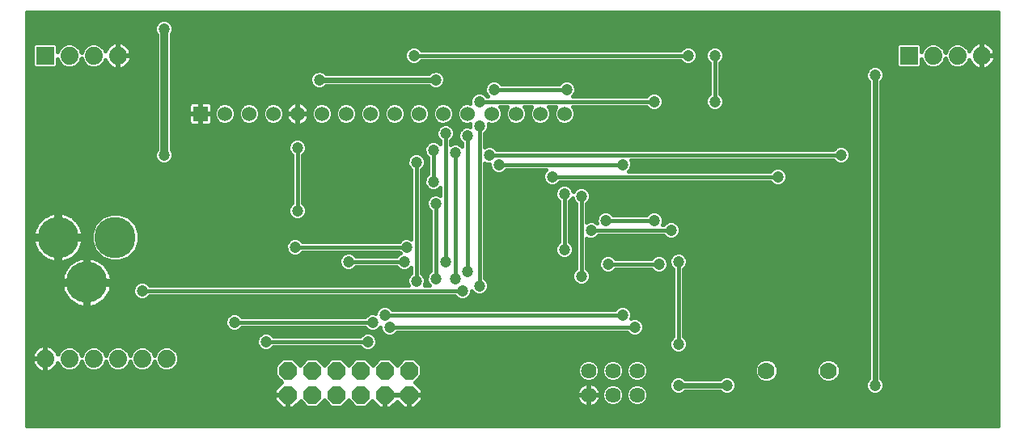
<source format=gbl>
G75*
%MOIN*%
%OFA0B0*%
%FSLAX25Y25*%
%IPPOS*%
%LPD*%
%AMOC8*
5,1,8,0,0,1.08239X$1,22.5*
%
%ADD10R,0.07400X0.07400*%
%ADD11C,0.07400*%
%ADD12C,0.17000*%
%ADD13C,0.07000*%
%ADD14C,0.06400*%
%ADD15OC8,0.07400*%
%ADD16R,0.06000X0.06000*%
%ADD17C,0.06000*%
%ADD18C,0.04724*%
%ADD19C,0.02400*%
%ADD20C,0.01600*%
%ADD21C,0.03200*%
D10*
X0030000Y0156800D03*
X0386000Y0156800D03*
D11*
X0396000Y0156800D03*
X0406000Y0156800D03*
X0416000Y0156800D03*
X0080000Y0031800D03*
X0070000Y0031800D03*
X0060000Y0031800D03*
X0050000Y0031800D03*
X0040000Y0031800D03*
X0030000Y0031800D03*
X0040000Y0156800D03*
X0050000Y0156800D03*
X0060000Y0156800D03*
D12*
X0058937Y0081800D03*
X0035315Y0081800D03*
X0047126Y0063296D03*
D13*
X0327205Y0026800D03*
X0352795Y0026800D03*
D14*
X0274000Y0026800D03*
X0264000Y0026800D03*
X0254000Y0026800D03*
X0254000Y0016800D03*
X0264000Y0016800D03*
X0274000Y0016800D03*
D15*
X0180000Y0016800D03*
X0170000Y0016800D03*
X0160000Y0016800D03*
X0150000Y0016800D03*
X0140000Y0016800D03*
X0130000Y0016800D03*
X0130000Y0026800D03*
X0140000Y0026800D03*
X0150000Y0026800D03*
X0160000Y0026800D03*
X0170000Y0026800D03*
X0180000Y0026800D03*
D16*
X0094016Y0132824D03*
D17*
X0104016Y0132824D03*
X0114016Y0132824D03*
X0124016Y0132824D03*
X0134016Y0132824D03*
X0144016Y0132824D03*
X0154016Y0132824D03*
X0164016Y0132824D03*
X0174016Y0132824D03*
X0184016Y0132824D03*
X0194016Y0132824D03*
X0204016Y0132824D03*
X0214016Y0132824D03*
X0224016Y0132824D03*
X0234016Y0132824D03*
X0244016Y0132824D03*
D18*
X0245000Y0142800D03*
X0215000Y0142800D03*
X0209000Y0137800D03*
X0191000Y0146800D03*
X0182000Y0156800D03*
X0143000Y0146800D03*
X0131000Y0139800D03*
X0094000Y0139800D03*
X0085000Y0136800D03*
X0085000Y0149800D03*
X0079000Y0167800D03*
X0173000Y0123800D03*
X0190000Y0117800D03*
X0183000Y0112800D03*
X0199000Y0116800D03*
X0213000Y0115800D03*
X0217000Y0111800D03*
X0239000Y0106800D03*
X0244000Y0099800D03*
X0251000Y0098800D03*
X0261000Y0088800D03*
X0255000Y0084800D03*
X0244000Y0076800D03*
X0262000Y0070800D03*
X0251000Y0065800D03*
X0283000Y0070800D03*
X0291000Y0071800D03*
X0288000Y0084800D03*
X0281000Y0088800D03*
X0332000Y0106800D03*
X0358000Y0115800D03*
X0366000Y0138800D03*
X0372000Y0148800D03*
X0336000Y0138800D03*
X0306000Y0137800D03*
X0281000Y0137800D03*
X0295000Y0156800D03*
X0306000Y0156800D03*
X0209000Y0127800D03*
X0204000Y0123800D03*
X0195000Y0124800D03*
X0190000Y0104800D03*
X0191000Y0095800D03*
X0173000Y0095800D03*
X0134000Y0092800D03*
X0124000Y0091800D03*
X0123000Y0077800D03*
X0133000Y0077800D03*
X0155000Y0071800D03*
X0178000Y0071800D03*
X0179000Y0077800D03*
X0195000Y0071800D03*
X0204000Y0067800D03*
X0199000Y0064800D03*
X0191000Y0064800D03*
X0183000Y0063800D03*
X0202000Y0059800D03*
X0209000Y0061800D03*
X0172000Y0044800D03*
X0170000Y0049800D03*
X0165000Y0046800D03*
X0163000Y0038800D03*
X0121000Y0038800D03*
X0108000Y0046800D03*
X0089000Y0055800D03*
X0070000Y0059800D03*
X0030000Y0062800D03*
X0030000Y0042800D03*
X0089000Y0011800D03*
X0268000Y0049800D03*
X0273000Y0044800D03*
X0291000Y0037800D03*
X0291000Y0020800D03*
X0311000Y0020800D03*
X0372000Y0020800D03*
X0268000Y0111800D03*
X0134000Y0118800D03*
X0079000Y0115800D03*
D19*
X0085000Y0136800D02*
X0085000Y0149800D01*
X0094000Y0139800D02*
X0131000Y0139800D01*
X0143000Y0146800D02*
X0191000Y0146800D01*
X0173000Y0123800D02*
X0173000Y0095800D01*
X0124000Y0091800D02*
X0123000Y0090800D01*
X0123000Y0077800D01*
X0089000Y0055800D02*
X0089000Y0011800D01*
X0030000Y0042800D02*
X0030000Y0062800D01*
X0291000Y0020800D02*
X0311000Y0020800D01*
X0372000Y0020800D02*
X0372000Y0148800D01*
X0366000Y0138800D02*
X0336000Y0138800D01*
D20*
X0022339Y0174500D02*
X0022301Y0004100D01*
X0422700Y0004100D01*
X0422700Y0174500D01*
X0022339Y0174500D01*
X0022339Y0174439D02*
X0422700Y0174439D01*
X0422700Y0172841D02*
X0022338Y0172841D01*
X0022338Y0171242D02*
X0077479Y0171242D01*
X0076869Y0170989D02*
X0078252Y0171562D01*
X0079748Y0171562D01*
X0081131Y0170989D01*
X0082189Y0169931D01*
X0082762Y0168548D01*
X0082762Y0167052D01*
X0082189Y0165669D01*
X0082000Y0165479D01*
X0082000Y0118121D01*
X0082189Y0117931D01*
X0082762Y0116548D01*
X0082762Y0115052D01*
X0082189Y0113669D01*
X0081131Y0112611D01*
X0079748Y0112038D01*
X0078252Y0112038D01*
X0076869Y0112611D01*
X0075811Y0113669D01*
X0075238Y0115052D01*
X0075238Y0116548D01*
X0075811Y0117931D01*
X0076000Y0118121D01*
X0076000Y0165479D01*
X0075811Y0165669D01*
X0075238Y0167052D01*
X0075238Y0168548D01*
X0075811Y0169931D01*
X0076869Y0170989D01*
X0075692Y0169644D02*
X0022338Y0169644D01*
X0022337Y0168045D02*
X0075238Y0168045D01*
X0075488Y0166447D02*
X0022337Y0166447D01*
X0022337Y0164848D02*
X0076000Y0164848D01*
X0076000Y0163250D02*
X0022336Y0163250D01*
X0022336Y0161651D02*
X0025471Y0161651D01*
X0025720Y0161900D02*
X0024900Y0161080D01*
X0024900Y0152520D01*
X0025720Y0151700D01*
X0034280Y0151700D01*
X0035100Y0152520D01*
X0035100Y0155303D01*
X0035676Y0153911D01*
X0037111Y0152476D01*
X0038986Y0151700D01*
X0041014Y0151700D01*
X0042889Y0152476D01*
X0044324Y0153911D01*
X0045000Y0155544D01*
X0045676Y0153911D01*
X0047111Y0152476D01*
X0048986Y0151700D01*
X0051014Y0151700D01*
X0052889Y0152476D01*
X0054324Y0153911D01*
X0054790Y0155037D01*
X0054903Y0154689D01*
X0055296Y0153917D01*
X0055805Y0153217D01*
X0056417Y0152605D01*
X0057117Y0152096D01*
X0057889Y0151703D01*
X0058712Y0151435D01*
X0059567Y0151300D01*
X0059800Y0151300D01*
X0059800Y0156600D01*
X0060200Y0156600D01*
X0060200Y0157000D01*
X0059800Y0157000D01*
X0059800Y0162300D01*
X0059567Y0162300D01*
X0058712Y0162165D01*
X0057889Y0161897D01*
X0057117Y0161504D01*
X0056417Y0160995D01*
X0055805Y0160383D01*
X0055296Y0159683D01*
X0054903Y0158911D01*
X0054790Y0158563D01*
X0054324Y0159689D01*
X0052889Y0161124D01*
X0051014Y0161900D01*
X0048986Y0161900D01*
X0047111Y0161124D01*
X0045676Y0159689D01*
X0045000Y0158056D01*
X0044324Y0159689D01*
X0042889Y0161124D01*
X0041014Y0161900D01*
X0038986Y0161900D01*
X0037111Y0161124D01*
X0035676Y0159689D01*
X0035100Y0158297D01*
X0035100Y0161080D01*
X0034280Y0161900D01*
X0025720Y0161900D01*
X0024900Y0160053D02*
X0022336Y0160053D01*
X0022335Y0158454D02*
X0024900Y0158454D01*
X0024900Y0156856D02*
X0022335Y0156856D01*
X0022334Y0155257D02*
X0024900Y0155257D01*
X0024900Y0153659D02*
X0022334Y0153659D01*
X0022334Y0152060D02*
X0025360Y0152060D01*
X0022333Y0150462D02*
X0076000Y0150462D01*
X0076000Y0152060D02*
X0062812Y0152060D01*
X0062883Y0152096D02*
X0063583Y0152605D01*
X0064195Y0153217D01*
X0064704Y0153917D01*
X0065097Y0154689D01*
X0065365Y0155512D01*
X0065500Y0156367D01*
X0065500Y0156600D01*
X0060200Y0156600D01*
X0060200Y0151300D01*
X0060433Y0151300D01*
X0061288Y0151435D01*
X0062111Y0151703D01*
X0062883Y0152096D01*
X0064516Y0153659D02*
X0076000Y0153659D01*
X0076000Y0155257D02*
X0065282Y0155257D01*
X0065500Y0157000D02*
X0060200Y0157000D01*
X0060200Y0162300D01*
X0060433Y0162300D01*
X0061288Y0162165D01*
X0062111Y0161897D01*
X0062883Y0161504D01*
X0063583Y0160995D01*
X0064195Y0160383D01*
X0064704Y0159683D01*
X0065097Y0158911D01*
X0065365Y0158088D01*
X0065500Y0157233D01*
X0065500Y0157000D01*
X0065246Y0158454D02*
X0076000Y0158454D01*
X0076000Y0156856D02*
X0060200Y0156856D01*
X0060200Y0158454D02*
X0059800Y0158454D01*
X0059800Y0160053D02*
X0060200Y0160053D01*
X0060200Y0161651D02*
X0059800Y0161651D01*
X0057406Y0161651D02*
X0051615Y0161651D01*
X0053960Y0160053D02*
X0055565Y0160053D01*
X0048385Y0161651D02*
X0041615Y0161651D01*
X0043960Y0160053D02*
X0046040Y0160053D01*
X0045165Y0158454D02*
X0044835Y0158454D01*
X0044881Y0155257D02*
X0045119Y0155257D01*
X0045929Y0153659D02*
X0044071Y0153659D01*
X0041884Y0152060D02*
X0048116Y0152060D01*
X0051884Y0152060D02*
X0057188Y0152060D01*
X0055484Y0153659D02*
X0054071Y0153659D01*
X0059800Y0153659D02*
X0060200Y0153659D01*
X0060200Y0155257D02*
X0059800Y0155257D01*
X0059800Y0152060D02*
X0060200Y0152060D01*
X0076000Y0148863D02*
X0022333Y0148863D01*
X0022333Y0147265D02*
X0076000Y0147265D01*
X0076000Y0145666D02*
X0022332Y0145666D01*
X0022332Y0144068D02*
X0076000Y0144068D01*
X0076000Y0142469D02*
X0022332Y0142469D01*
X0022331Y0140870D02*
X0076000Y0140870D01*
X0076000Y0139272D02*
X0022331Y0139272D01*
X0022331Y0137673D02*
X0076000Y0137673D01*
X0076000Y0136075D02*
X0022330Y0136075D01*
X0022330Y0134476D02*
X0076000Y0134476D01*
X0076000Y0132878D02*
X0022329Y0132878D01*
X0022329Y0131279D02*
X0076000Y0131279D01*
X0076000Y0129681D02*
X0022329Y0129681D01*
X0022328Y0128082D02*
X0076000Y0128082D01*
X0076000Y0126484D02*
X0022328Y0126484D01*
X0022328Y0124885D02*
X0076000Y0124885D01*
X0076000Y0123287D02*
X0022327Y0123287D01*
X0022327Y0121688D02*
X0076000Y0121688D01*
X0076000Y0120090D02*
X0022327Y0120090D01*
X0022326Y0118491D02*
X0076000Y0118491D01*
X0075380Y0116893D02*
X0022326Y0116893D01*
X0022326Y0115294D02*
X0075238Y0115294D01*
X0075799Y0113696D02*
X0022325Y0113696D01*
X0022325Y0112097D02*
X0078108Y0112097D01*
X0079892Y0112097D02*
X0131800Y0112097D01*
X0131800Y0110499D02*
X0022324Y0110499D01*
X0022324Y0108900D02*
X0131800Y0108900D01*
X0131800Y0107302D02*
X0022324Y0107302D01*
X0022323Y0105703D02*
X0131800Y0105703D01*
X0131800Y0104105D02*
X0022323Y0104105D01*
X0022323Y0102506D02*
X0131800Y0102506D01*
X0131800Y0100908D02*
X0022322Y0100908D01*
X0022322Y0099309D02*
X0131800Y0099309D01*
X0131800Y0097711D02*
X0022322Y0097711D01*
X0022321Y0096112D02*
X0131800Y0096112D01*
X0131800Y0095921D02*
X0130811Y0094931D01*
X0130238Y0093548D01*
X0130238Y0092052D01*
X0130811Y0090669D01*
X0131869Y0089611D01*
X0133252Y0089038D01*
X0134748Y0089038D01*
X0136131Y0089611D01*
X0137189Y0090669D01*
X0137762Y0092052D01*
X0137762Y0093548D01*
X0137189Y0094931D01*
X0136200Y0095921D01*
X0136200Y0115679D01*
X0137189Y0116669D01*
X0137762Y0118052D01*
X0137762Y0119548D01*
X0137189Y0120931D01*
X0136131Y0121989D01*
X0134748Y0122562D01*
X0133252Y0122562D01*
X0131869Y0121989D01*
X0130811Y0120931D01*
X0130238Y0119548D01*
X0130238Y0118052D01*
X0130811Y0116669D01*
X0131800Y0115679D01*
X0131800Y0095921D01*
X0130638Y0094514D02*
X0022321Y0094514D01*
X0022320Y0092915D02*
X0130238Y0092915D01*
X0130542Y0091317D02*
X0061832Y0091317D01*
X0060906Y0091700D02*
X0056968Y0091700D01*
X0053329Y0090193D01*
X0050544Y0087408D01*
X0049037Y0083769D01*
X0049037Y0079831D01*
X0050544Y0076192D01*
X0053329Y0073407D01*
X0056968Y0071900D01*
X0060906Y0071900D01*
X0064545Y0073407D01*
X0067330Y0076192D01*
X0068837Y0079831D01*
X0068837Y0083769D01*
X0067330Y0087408D01*
X0064545Y0090193D01*
X0060906Y0091700D01*
X0065020Y0089718D02*
X0131761Y0089718D01*
X0134000Y0092800D02*
X0134000Y0118800D01*
X0130462Y0120090D02*
X0082000Y0120090D01*
X0082000Y0121688D02*
X0131568Y0121688D01*
X0136432Y0121688D02*
X0192791Y0121688D01*
X0192800Y0121679D02*
X0192800Y0120321D01*
X0192131Y0120989D01*
X0190748Y0121562D01*
X0189252Y0121562D01*
X0187869Y0120989D01*
X0186811Y0119931D01*
X0186238Y0118548D01*
X0186238Y0117052D01*
X0186811Y0115669D01*
X0187800Y0114679D01*
X0187800Y0107921D01*
X0186811Y0106931D01*
X0186238Y0105548D01*
X0186238Y0104052D01*
X0186811Y0102669D01*
X0187869Y0101611D01*
X0189252Y0101038D01*
X0190748Y0101038D01*
X0192131Y0101611D01*
X0192800Y0102279D01*
X0192800Y0099127D01*
X0191748Y0099562D01*
X0190252Y0099562D01*
X0188869Y0098989D01*
X0187811Y0097931D01*
X0187238Y0096548D01*
X0187238Y0095052D01*
X0187811Y0093669D01*
X0188800Y0092679D01*
X0188800Y0067921D01*
X0187811Y0066931D01*
X0187238Y0065548D01*
X0187238Y0064052D01*
X0187811Y0062669D01*
X0188479Y0062000D01*
X0186327Y0062000D01*
X0186762Y0063052D01*
X0186762Y0064548D01*
X0186189Y0065931D01*
X0185200Y0066921D01*
X0185200Y0109679D01*
X0186189Y0110669D01*
X0186762Y0112052D01*
X0186762Y0113548D01*
X0186189Y0114931D01*
X0185131Y0115989D01*
X0183748Y0116562D01*
X0182252Y0116562D01*
X0180869Y0115989D01*
X0179811Y0114931D01*
X0179238Y0113548D01*
X0179238Y0112052D01*
X0179811Y0110669D01*
X0180800Y0109679D01*
X0180800Y0081127D01*
X0179748Y0081562D01*
X0178252Y0081562D01*
X0176869Y0080989D01*
X0175879Y0080000D01*
X0136121Y0080000D01*
X0135131Y0080989D01*
X0133748Y0081562D01*
X0132252Y0081562D01*
X0130869Y0080989D01*
X0129811Y0079931D01*
X0129238Y0078548D01*
X0129238Y0077052D01*
X0129811Y0075669D01*
X0130869Y0074611D01*
X0132252Y0074038D01*
X0133748Y0074038D01*
X0135131Y0074611D01*
X0136121Y0075600D01*
X0175879Y0075600D01*
X0176308Y0075171D01*
X0175869Y0074989D01*
X0174879Y0074000D01*
X0158121Y0074000D01*
X0157131Y0074989D01*
X0155748Y0075562D01*
X0154252Y0075562D01*
X0152869Y0074989D01*
X0151811Y0073931D01*
X0151238Y0072548D01*
X0151238Y0071052D01*
X0151811Y0069669D01*
X0152869Y0068611D01*
X0154252Y0068038D01*
X0155748Y0068038D01*
X0157131Y0068611D01*
X0158121Y0069600D01*
X0174879Y0069600D01*
X0175869Y0068611D01*
X0177252Y0068038D01*
X0178748Y0068038D01*
X0180131Y0068611D01*
X0180800Y0069279D01*
X0180800Y0066921D01*
X0179811Y0065931D01*
X0179238Y0064548D01*
X0179238Y0063052D01*
X0179673Y0062000D01*
X0073121Y0062000D01*
X0072131Y0062989D01*
X0070748Y0063562D01*
X0069252Y0063562D01*
X0067869Y0062989D01*
X0066811Y0061931D01*
X0066238Y0060548D01*
X0066238Y0059052D01*
X0066811Y0057669D01*
X0067869Y0056611D01*
X0069252Y0056038D01*
X0070748Y0056038D01*
X0072131Y0056611D01*
X0073121Y0057600D01*
X0198879Y0057600D01*
X0199869Y0056611D01*
X0201252Y0056038D01*
X0202748Y0056038D01*
X0204131Y0056611D01*
X0205189Y0057669D01*
X0205762Y0059052D01*
X0205762Y0059786D01*
X0205811Y0059669D01*
X0206869Y0058611D01*
X0208252Y0058038D01*
X0209748Y0058038D01*
X0211131Y0058611D01*
X0212189Y0059669D01*
X0212762Y0061052D01*
X0212762Y0062548D01*
X0212189Y0063931D01*
X0211200Y0064921D01*
X0211200Y0112473D01*
X0212252Y0112038D01*
X0213238Y0112038D01*
X0213238Y0111052D01*
X0213811Y0109669D01*
X0214869Y0108611D01*
X0216252Y0108038D01*
X0217748Y0108038D01*
X0219131Y0108611D01*
X0220121Y0109600D01*
X0236479Y0109600D01*
X0235811Y0108931D01*
X0235238Y0107548D01*
X0235238Y0106052D01*
X0235811Y0104669D01*
X0236869Y0103611D01*
X0238252Y0103038D01*
X0239748Y0103038D01*
X0241131Y0103611D01*
X0242121Y0104600D01*
X0328879Y0104600D01*
X0329869Y0103611D01*
X0331252Y0103038D01*
X0332748Y0103038D01*
X0334131Y0103611D01*
X0335189Y0104669D01*
X0335762Y0106052D01*
X0335762Y0107548D01*
X0335189Y0108931D01*
X0334131Y0109989D01*
X0332748Y0110562D01*
X0331252Y0110562D01*
X0329869Y0109989D01*
X0328879Y0109000D01*
X0270521Y0109000D01*
X0271189Y0109669D01*
X0271762Y0111052D01*
X0271762Y0112548D01*
X0271327Y0113600D01*
X0354879Y0113600D01*
X0355869Y0112611D01*
X0357252Y0112038D01*
X0358748Y0112038D01*
X0360131Y0112611D01*
X0361189Y0113669D01*
X0361762Y0115052D01*
X0361762Y0116548D01*
X0361189Y0117931D01*
X0360131Y0118989D01*
X0358748Y0119562D01*
X0357252Y0119562D01*
X0355869Y0118989D01*
X0354879Y0118000D01*
X0216121Y0118000D01*
X0215131Y0118989D01*
X0213748Y0119562D01*
X0212252Y0119562D01*
X0211200Y0119127D01*
X0211200Y0124679D01*
X0212189Y0125669D01*
X0212762Y0127052D01*
X0212762Y0128548D01*
X0212746Y0128587D01*
X0213141Y0128424D01*
X0214891Y0128424D01*
X0216508Y0129093D01*
X0217746Y0130331D01*
X0218416Y0131948D01*
X0218416Y0133699D01*
X0217746Y0135316D01*
X0217462Y0135600D01*
X0220570Y0135600D01*
X0220286Y0135316D01*
X0219616Y0133699D01*
X0219616Y0131948D01*
X0220286Y0130331D01*
X0221523Y0129093D01*
X0223141Y0128424D01*
X0224891Y0128424D01*
X0226508Y0129093D01*
X0227746Y0130331D01*
X0228416Y0131948D01*
X0228416Y0133699D01*
X0227746Y0135316D01*
X0227462Y0135600D01*
X0230570Y0135600D01*
X0230286Y0135316D01*
X0229616Y0133699D01*
X0229616Y0131948D01*
X0230286Y0130331D01*
X0231523Y0129093D01*
X0233141Y0128424D01*
X0234891Y0128424D01*
X0236508Y0129093D01*
X0237746Y0130331D01*
X0238416Y0131948D01*
X0238416Y0133699D01*
X0237746Y0135316D01*
X0237462Y0135600D01*
X0240570Y0135600D01*
X0240286Y0135316D01*
X0239616Y0133699D01*
X0239616Y0131948D01*
X0240286Y0130331D01*
X0241523Y0129093D01*
X0243141Y0128424D01*
X0244891Y0128424D01*
X0246508Y0129093D01*
X0247746Y0130331D01*
X0248416Y0131948D01*
X0248416Y0133699D01*
X0247746Y0135316D01*
X0247462Y0135600D01*
X0277879Y0135600D01*
X0278869Y0134611D01*
X0280252Y0134038D01*
X0281748Y0134038D01*
X0283131Y0134611D01*
X0284189Y0135669D01*
X0284762Y0137052D01*
X0284762Y0138548D01*
X0284189Y0139931D01*
X0283131Y0140989D01*
X0281748Y0141562D01*
X0280252Y0141562D01*
X0278869Y0140989D01*
X0277879Y0140000D01*
X0247521Y0140000D01*
X0248189Y0140669D01*
X0248762Y0142052D01*
X0248762Y0143548D01*
X0248189Y0144931D01*
X0247131Y0145989D01*
X0245748Y0146562D01*
X0244252Y0146562D01*
X0242869Y0145989D01*
X0241879Y0145000D01*
X0218121Y0145000D01*
X0217131Y0145989D01*
X0215748Y0146562D01*
X0214252Y0146562D01*
X0212869Y0145989D01*
X0211811Y0144931D01*
X0211238Y0143548D01*
X0211238Y0142052D01*
X0211811Y0140669D01*
X0212479Y0140000D01*
X0212121Y0140000D01*
X0211131Y0140989D01*
X0209748Y0141562D01*
X0208252Y0141562D01*
X0206869Y0140989D01*
X0205811Y0139931D01*
X0205238Y0138548D01*
X0205238Y0137080D01*
X0204891Y0137224D01*
X0203141Y0137224D01*
X0201523Y0136554D01*
X0200286Y0135316D01*
X0199616Y0133699D01*
X0199616Y0131948D01*
X0200286Y0130331D01*
X0201523Y0129093D01*
X0203141Y0128424D01*
X0204891Y0128424D01*
X0205247Y0128571D01*
X0205238Y0128548D01*
X0205238Y0127359D01*
X0204748Y0127562D01*
X0203252Y0127562D01*
X0201869Y0126989D01*
X0200811Y0125931D01*
X0200238Y0124548D01*
X0200238Y0123052D01*
X0200811Y0121669D01*
X0201800Y0120679D01*
X0201800Y0119321D01*
X0201131Y0119989D01*
X0199748Y0120562D01*
X0198252Y0120562D01*
X0197200Y0120127D01*
X0197200Y0121679D01*
X0198189Y0122669D01*
X0198762Y0124052D01*
X0198762Y0125548D01*
X0198189Y0126931D01*
X0197131Y0127989D01*
X0195748Y0128562D01*
X0195225Y0128562D01*
X0196508Y0129093D01*
X0197746Y0130331D01*
X0198416Y0131948D01*
X0198416Y0133699D01*
X0197746Y0135316D01*
X0196508Y0136554D01*
X0194891Y0137224D01*
X0193141Y0137224D01*
X0191523Y0136554D01*
X0190286Y0135316D01*
X0189616Y0133699D01*
X0189616Y0131948D01*
X0190286Y0130331D01*
X0191523Y0129093D01*
X0193141Y0128424D01*
X0193917Y0128424D01*
X0192869Y0127989D01*
X0191811Y0126931D01*
X0191238Y0125548D01*
X0191238Y0124052D01*
X0191811Y0122669D01*
X0192800Y0121679D01*
X0191555Y0123287D02*
X0082000Y0123287D01*
X0082000Y0124885D02*
X0191238Y0124885D01*
X0191625Y0126484D02*
X0082000Y0126484D01*
X0082000Y0128082D02*
X0090559Y0128082D01*
X0090779Y0128024D02*
X0093816Y0128024D01*
X0093816Y0132624D01*
X0089216Y0132624D01*
X0089216Y0129587D01*
X0089338Y0129129D01*
X0089575Y0128718D01*
X0089911Y0128383D01*
X0090321Y0128146D01*
X0090779Y0128024D01*
X0089216Y0129681D02*
X0082000Y0129681D01*
X0082000Y0131279D02*
X0089216Y0131279D01*
X0089216Y0133024D02*
X0093816Y0133024D01*
X0093816Y0137624D01*
X0090779Y0137624D01*
X0090321Y0137501D01*
X0089911Y0137264D01*
X0089575Y0136929D01*
X0089338Y0136518D01*
X0089216Y0136061D01*
X0089216Y0133024D01*
X0089216Y0134476D02*
X0082000Y0134476D01*
X0082000Y0132878D02*
X0093816Y0132878D01*
X0093816Y0133024D02*
X0093816Y0132624D01*
X0094216Y0132624D01*
X0094216Y0133024D01*
X0093816Y0133024D01*
X0094216Y0133024D02*
X0094216Y0137624D01*
X0097253Y0137624D01*
X0097711Y0137501D01*
X0098121Y0137264D01*
X0098456Y0136929D01*
X0098693Y0136518D01*
X0098816Y0136061D01*
X0098816Y0133024D01*
X0094216Y0133024D01*
X0094216Y0132878D02*
X0099616Y0132878D01*
X0099616Y0133699D02*
X0099616Y0131948D01*
X0100286Y0130331D01*
X0101523Y0129093D01*
X0103141Y0128424D01*
X0104891Y0128424D01*
X0106508Y0129093D01*
X0107746Y0130331D01*
X0108416Y0131948D01*
X0108416Y0133699D01*
X0107746Y0135316D01*
X0106508Y0136554D01*
X0104891Y0137224D01*
X0103141Y0137224D01*
X0101523Y0136554D01*
X0100286Y0135316D01*
X0099616Y0133699D01*
X0099938Y0134476D02*
X0098816Y0134476D01*
X0098812Y0136075D02*
X0101045Y0136075D01*
X0106987Y0136075D02*
X0111045Y0136075D01*
X0111523Y0136554D02*
X0110286Y0135316D01*
X0109616Y0133699D01*
X0109616Y0131948D01*
X0110286Y0130331D01*
X0111523Y0129093D01*
X0113141Y0128424D01*
X0114891Y0128424D01*
X0116508Y0129093D01*
X0117746Y0130331D01*
X0118416Y0131948D01*
X0118416Y0133699D01*
X0117746Y0135316D01*
X0116508Y0136554D01*
X0114891Y0137224D01*
X0113141Y0137224D01*
X0111523Y0136554D01*
X0109938Y0134476D02*
X0108094Y0134476D01*
X0108416Y0132878D02*
X0109616Y0132878D01*
X0109893Y0131279D02*
X0108139Y0131279D01*
X0107096Y0129681D02*
X0110936Y0129681D01*
X0117096Y0129681D02*
X0120936Y0129681D01*
X0121523Y0129093D02*
X0123141Y0128424D01*
X0124891Y0128424D01*
X0126508Y0129093D01*
X0127746Y0130331D01*
X0128416Y0131948D01*
X0128416Y0133699D01*
X0127746Y0135316D01*
X0126508Y0136554D01*
X0124891Y0137224D01*
X0123141Y0137224D01*
X0121523Y0136554D01*
X0120286Y0135316D01*
X0119616Y0133699D01*
X0119616Y0131948D01*
X0120286Y0130331D01*
X0121523Y0129093D01*
X0119893Y0131279D02*
X0118139Y0131279D01*
X0118416Y0132878D02*
X0119616Y0132878D01*
X0119938Y0134476D02*
X0118094Y0134476D01*
X0116987Y0136075D02*
X0121045Y0136075D01*
X0126987Y0136075D02*
X0130479Y0136075D01*
X0130355Y0135951D02*
X0129910Y0135339D01*
X0129567Y0134666D01*
X0129334Y0133948D01*
X0129216Y0133201D01*
X0129216Y0133024D01*
X0133816Y0133024D01*
X0133816Y0137624D01*
X0133638Y0137624D01*
X0132892Y0137505D01*
X0132173Y0137272D01*
X0131500Y0136929D01*
X0130889Y0136485D01*
X0130355Y0135951D01*
X0129506Y0134476D02*
X0128094Y0134476D01*
X0128416Y0132878D02*
X0133816Y0132878D01*
X0133816Y0133024D02*
X0133816Y0132624D01*
X0129216Y0132624D01*
X0129216Y0132446D01*
X0129334Y0131700D01*
X0129567Y0130981D01*
X0129910Y0130308D01*
X0130355Y0129697D01*
X0130889Y0129162D01*
X0131500Y0128718D01*
X0132173Y0128375D01*
X0132892Y0128142D01*
X0133638Y0128024D01*
X0133816Y0128024D01*
X0133816Y0132624D01*
X0134216Y0132624D01*
X0134216Y0133024D01*
X0133816Y0133024D01*
X0134216Y0133024D02*
X0134216Y0137624D01*
X0134394Y0137624D01*
X0135140Y0137505D01*
X0135858Y0137272D01*
X0136531Y0136929D01*
X0137143Y0136485D01*
X0137677Y0135951D01*
X0138121Y0135339D01*
X0138464Y0134666D01*
X0138698Y0133948D01*
X0138816Y0133201D01*
X0138816Y0133024D01*
X0134216Y0133024D01*
X0134216Y0132878D02*
X0139616Y0132878D01*
X0139616Y0133699D02*
X0139616Y0131948D01*
X0140286Y0130331D01*
X0141523Y0129093D01*
X0143141Y0128424D01*
X0144891Y0128424D01*
X0146508Y0129093D01*
X0147746Y0130331D01*
X0148416Y0131948D01*
X0148416Y0133699D01*
X0147746Y0135316D01*
X0146508Y0136554D01*
X0144891Y0137224D01*
X0143141Y0137224D01*
X0141523Y0136554D01*
X0140286Y0135316D01*
X0139616Y0133699D01*
X0139938Y0134476D02*
X0138526Y0134476D01*
X0137553Y0136075D02*
X0141045Y0136075D01*
X0134216Y0136075D02*
X0133816Y0136075D01*
X0133816Y0134476D02*
X0134216Y0134476D01*
X0134216Y0132624D02*
X0138816Y0132624D01*
X0138816Y0132446D01*
X0138698Y0131700D01*
X0138464Y0130981D01*
X0138121Y0130308D01*
X0137677Y0129697D01*
X0137143Y0129162D01*
X0136531Y0128718D01*
X0135858Y0128375D01*
X0135140Y0128142D01*
X0134394Y0128024D01*
X0134216Y0128024D01*
X0134216Y0132624D01*
X0134216Y0131279D02*
X0133816Y0131279D01*
X0133816Y0129681D02*
X0134216Y0129681D01*
X0134216Y0128082D02*
X0133816Y0128082D01*
X0133267Y0128082D02*
X0097472Y0128082D01*
X0097253Y0128024D02*
X0097711Y0128146D01*
X0098121Y0128383D01*
X0098456Y0128718D01*
X0098693Y0129129D01*
X0098816Y0129587D01*
X0098816Y0132624D01*
X0094216Y0132624D01*
X0094216Y0128024D01*
X0097253Y0128024D01*
X0098816Y0129681D02*
X0100936Y0129681D01*
X0099893Y0131279D02*
X0098816Y0131279D01*
X0094216Y0131279D02*
X0093816Y0131279D01*
X0093816Y0129681D02*
X0094216Y0129681D01*
X0094216Y0128082D02*
X0093816Y0128082D01*
X0093816Y0134476D02*
X0094216Y0134476D01*
X0094216Y0136075D02*
X0093816Y0136075D01*
X0089220Y0136075D02*
X0082000Y0136075D01*
X0082000Y0137673D02*
X0205238Y0137673D01*
X0205538Y0139272D02*
X0082000Y0139272D01*
X0082000Y0140870D02*
X0206750Y0140870D01*
X0209000Y0137800D02*
X0281000Y0137800D01*
X0284462Y0139272D02*
X0302538Y0139272D01*
X0302811Y0139931D02*
X0302238Y0138548D01*
X0302238Y0137052D01*
X0302811Y0135669D01*
X0303869Y0134611D01*
X0305252Y0134038D01*
X0306748Y0134038D01*
X0308131Y0134611D01*
X0309189Y0135669D01*
X0309762Y0137052D01*
X0309762Y0138548D01*
X0309189Y0139931D01*
X0308200Y0140921D01*
X0308200Y0153679D01*
X0309189Y0154669D01*
X0309762Y0156052D01*
X0309762Y0157548D01*
X0309189Y0158931D01*
X0308131Y0159989D01*
X0306748Y0160562D01*
X0305252Y0160562D01*
X0303869Y0159989D01*
X0302811Y0158931D01*
X0302238Y0157548D01*
X0302238Y0156052D01*
X0302811Y0154669D01*
X0303800Y0153679D01*
X0303800Y0140921D01*
X0302811Y0139931D01*
X0303750Y0140870D02*
X0283250Y0140870D01*
X0284762Y0137673D02*
X0302238Y0137673D01*
X0302642Y0136075D02*
X0284358Y0136075D01*
X0282807Y0134476D02*
X0304193Y0134476D01*
X0307807Y0134476D02*
X0369400Y0134476D01*
X0369400Y0132878D02*
X0248416Y0132878D01*
X0248139Y0131279D02*
X0369400Y0131279D01*
X0369400Y0129681D02*
X0247096Y0129681D01*
X0240936Y0129681D02*
X0237096Y0129681D01*
X0238139Y0131279D02*
X0239893Y0131279D01*
X0239616Y0132878D02*
X0238416Y0132878D01*
X0238094Y0134476D02*
X0239938Y0134476D01*
X0248094Y0134476D02*
X0279193Y0134476D01*
X0278750Y0140870D02*
X0248273Y0140870D01*
X0248762Y0142469D02*
X0303800Y0142469D01*
X0303800Y0144068D02*
X0248547Y0144068D01*
X0247455Y0145666D02*
X0303800Y0145666D01*
X0303800Y0147265D02*
X0194762Y0147265D01*
X0194762Y0147548D02*
X0194189Y0148931D01*
X0193131Y0149989D01*
X0191748Y0150562D01*
X0190252Y0150562D01*
X0188869Y0149989D01*
X0188279Y0149400D01*
X0145721Y0149400D01*
X0145131Y0149989D01*
X0143748Y0150562D01*
X0142252Y0150562D01*
X0140869Y0149989D01*
X0139811Y0148931D01*
X0139238Y0147548D01*
X0139238Y0146052D01*
X0139811Y0144669D01*
X0140869Y0143611D01*
X0142252Y0143038D01*
X0143748Y0143038D01*
X0145131Y0143611D01*
X0145721Y0144200D01*
X0188279Y0144200D01*
X0188869Y0143611D01*
X0190252Y0143038D01*
X0191748Y0143038D01*
X0193131Y0143611D01*
X0194189Y0144669D01*
X0194762Y0146052D01*
X0194762Y0147548D01*
X0194218Y0148863D02*
X0303800Y0148863D01*
X0303800Y0150462D02*
X0191991Y0150462D01*
X0190009Y0150462D02*
X0143991Y0150462D01*
X0142009Y0150462D02*
X0082000Y0150462D01*
X0082000Y0152060D02*
X0303800Y0152060D01*
X0303800Y0153659D02*
X0297179Y0153659D01*
X0297131Y0153611D02*
X0298189Y0154669D01*
X0298762Y0156052D01*
X0298762Y0157548D01*
X0298189Y0158931D01*
X0297131Y0159989D01*
X0295748Y0160562D01*
X0294252Y0160562D01*
X0292869Y0159989D01*
X0291879Y0159000D01*
X0185121Y0159000D01*
X0184131Y0159989D01*
X0182748Y0160562D01*
X0181252Y0160562D01*
X0179869Y0159989D01*
X0178811Y0158931D01*
X0178238Y0157548D01*
X0178238Y0156052D01*
X0178811Y0154669D01*
X0179869Y0153611D01*
X0181252Y0153038D01*
X0182748Y0153038D01*
X0184131Y0153611D01*
X0185121Y0154600D01*
X0291879Y0154600D01*
X0292869Y0153611D01*
X0294252Y0153038D01*
X0295748Y0153038D01*
X0297131Y0153611D01*
X0298433Y0155257D02*
X0302567Y0155257D01*
X0302238Y0156856D02*
X0298762Y0156856D01*
X0298387Y0158454D02*
X0302613Y0158454D01*
X0304021Y0160053D02*
X0296979Y0160053D01*
X0293021Y0160053D02*
X0183979Y0160053D01*
X0180021Y0160053D02*
X0082000Y0160053D01*
X0082000Y0161651D02*
X0381471Y0161651D01*
X0381720Y0161900D02*
X0380900Y0161080D01*
X0380900Y0152520D01*
X0381720Y0151700D01*
X0390280Y0151700D01*
X0391100Y0152520D01*
X0391100Y0155303D01*
X0391676Y0153911D01*
X0393111Y0152476D01*
X0394986Y0151700D01*
X0397014Y0151700D01*
X0398889Y0152476D01*
X0400324Y0153911D01*
X0401000Y0155544D01*
X0401676Y0153911D01*
X0403111Y0152476D01*
X0404986Y0151700D01*
X0407014Y0151700D01*
X0408889Y0152476D01*
X0410324Y0153911D01*
X0410790Y0155037D01*
X0410903Y0154689D01*
X0411296Y0153917D01*
X0411805Y0153217D01*
X0412417Y0152605D01*
X0413117Y0152096D01*
X0413889Y0151703D01*
X0414712Y0151435D01*
X0415567Y0151300D01*
X0415800Y0151300D01*
X0415800Y0156600D01*
X0416200Y0156600D01*
X0416200Y0157000D01*
X0415800Y0157000D01*
X0415800Y0162300D01*
X0415567Y0162300D01*
X0414712Y0162165D01*
X0413889Y0161897D01*
X0413117Y0161504D01*
X0412417Y0160995D01*
X0411805Y0160383D01*
X0411296Y0159683D01*
X0410903Y0158911D01*
X0410790Y0158563D01*
X0410324Y0159689D01*
X0408889Y0161124D01*
X0407014Y0161900D01*
X0404986Y0161900D01*
X0403111Y0161124D01*
X0401676Y0159689D01*
X0401000Y0158056D01*
X0400324Y0159689D01*
X0398889Y0161124D01*
X0397014Y0161900D01*
X0394986Y0161900D01*
X0393111Y0161124D01*
X0391676Y0159689D01*
X0391100Y0158297D01*
X0391100Y0161080D01*
X0390280Y0161900D01*
X0381720Y0161900D01*
X0380900Y0160053D02*
X0307979Y0160053D01*
X0309387Y0158454D02*
X0380900Y0158454D01*
X0380900Y0156856D02*
X0309762Y0156856D01*
X0309433Y0155257D02*
X0380900Y0155257D01*
X0380900Y0153659D02*
X0308200Y0153659D01*
X0308200Y0152060D02*
X0370039Y0152060D01*
X0369869Y0151989D02*
X0368811Y0150931D01*
X0368238Y0149548D01*
X0368238Y0148052D01*
X0368811Y0146669D01*
X0369400Y0146079D01*
X0369400Y0023521D01*
X0368811Y0022931D01*
X0368238Y0021548D01*
X0368238Y0020052D01*
X0368811Y0018669D01*
X0369869Y0017611D01*
X0371252Y0017038D01*
X0372748Y0017038D01*
X0374131Y0017611D01*
X0375189Y0018669D01*
X0375762Y0020052D01*
X0375762Y0021548D01*
X0375189Y0022931D01*
X0374600Y0023521D01*
X0374600Y0146079D01*
X0375189Y0146669D01*
X0375762Y0148052D01*
X0375762Y0149548D01*
X0375189Y0150931D01*
X0374131Y0151989D01*
X0372748Y0152562D01*
X0371252Y0152562D01*
X0369869Y0151989D01*
X0368616Y0150462D02*
X0308200Y0150462D01*
X0308200Y0148863D02*
X0368238Y0148863D01*
X0368564Y0147265D02*
X0308200Y0147265D01*
X0308200Y0145666D02*
X0369400Y0145666D01*
X0369400Y0144068D02*
X0308200Y0144068D01*
X0308200Y0142469D02*
X0369400Y0142469D01*
X0369400Y0140870D02*
X0308250Y0140870D01*
X0309462Y0139272D02*
X0369400Y0139272D01*
X0369400Y0137673D02*
X0309762Y0137673D01*
X0309358Y0136075D02*
X0369400Y0136075D01*
X0374600Y0136075D02*
X0422700Y0136075D01*
X0422700Y0137673D02*
X0374600Y0137673D01*
X0374600Y0139272D02*
X0422700Y0139272D01*
X0422700Y0140870D02*
X0374600Y0140870D01*
X0374600Y0142469D02*
X0422700Y0142469D01*
X0422700Y0144068D02*
X0374600Y0144068D01*
X0374600Y0145666D02*
X0422700Y0145666D01*
X0422700Y0147265D02*
X0375436Y0147265D01*
X0375762Y0148863D02*
X0422700Y0148863D01*
X0422700Y0150462D02*
X0375384Y0150462D01*
X0373961Y0152060D02*
X0381360Y0152060D01*
X0390640Y0152060D02*
X0394116Y0152060D01*
X0391929Y0153659D02*
X0391100Y0153659D01*
X0391100Y0155257D02*
X0391119Y0155257D01*
X0397884Y0152060D02*
X0404116Y0152060D01*
X0401929Y0153659D02*
X0400071Y0153659D01*
X0400881Y0155257D02*
X0401119Y0155257D01*
X0401165Y0158454D02*
X0400835Y0158454D01*
X0399960Y0160053D02*
X0402040Y0160053D01*
X0404385Y0161651D02*
X0397615Y0161651D01*
X0394385Y0161651D02*
X0390529Y0161651D01*
X0391100Y0160053D02*
X0392040Y0160053D01*
X0391165Y0158454D02*
X0391100Y0158454D01*
X0407615Y0161651D02*
X0413406Y0161651D01*
X0415800Y0161651D02*
X0416200Y0161651D01*
X0416200Y0162300D02*
X0416200Y0157000D01*
X0421500Y0157000D01*
X0421500Y0157233D01*
X0421365Y0158088D01*
X0421097Y0158911D01*
X0420704Y0159683D01*
X0420195Y0160383D01*
X0419583Y0160995D01*
X0418883Y0161504D01*
X0418111Y0161897D01*
X0417288Y0162165D01*
X0416433Y0162300D01*
X0416200Y0162300D01*
X0416200Y0160053D02*
X0415800Y0160053D01*
X0415800Y0158454D02*
X0416200Y0158454D01*
X0416200Y0156856D02*
X0422700Y0156856D01*
X0421500Y0156600D02*
X0416200Y0156600D01*
X0416200Y0151300D01*
X0416433Y0151300D01*
X0417288Y0151435D01*
X0418111Y0151703D01*
X0418883Y0152096D01*
X0419583Y0152605D01*
X0420195Y0153217D01*
X0420704Y0153917D01*
X0421097Y0154689D01*
X0421365Y0155512D01*
X0421500Y0156367D01*
X0421500Y0156600D01*
X0421282Y0155257D02*
X0422700Y0155257D01*
X0422700Y0153659D02*
X0420516Y0153659D01*
X0418812Y0152060D02*
X0422700Y0152060D01*
X0416200Y0152060D02*
X0415800Y0152060D01*
X0415800Y0153659D02*
X0416200Y0153659D01*
X0416200Y0155257D02*
X0415800Y0155257D01*
X0413188Y0152060D02*
X0407884Y0152060D01*
X0410071Y0153659D02*
X0411484Y0153659D01*
X0411565Y0160053D02*
X0409960Y0160053D01*
X0418594Y0161651D02*
X0422700Y0161651D01*
X0422700Y0160053D02*
X0420435Y0160053D01*
X0421246Y0158454D02*
X0422700Y0158454D01*
X0422700Y0163250D02*
X0082000Y0163250D01*
X0082000Y0164848D02*
X0422700Y0164848D01*
X0422700Y0166447D02*
X0082512Y0166447D01*
X0082762Y0168045D02*
X0422700Y0168045D01*
X0422700Y0169644D02*
X0082308Y0169644D01*
X0080521Y0171242D02*
X0422700Y0171242D01*
X0422700Y0134476D02*
X0374600Y0134476D01*
X0374600Y0132878D02*
X0422700Y0132878D01*
X0422700Y0131279D02*
X0374600Y0131279D01*
X0374600Y0129681D02*
X0422700Y0129681D01*
X0422700Y0128082D02*
X0374600Y0128082D01*
X0374600Y0126484D02*
X0422700Y0126484D01*
X0422700Y0124885D02*
X0374600Y0124885D01*
X0374600Y0123287D02*
X0422700Y0123287D01*
X0422700Y0121688D02*
X0374600Y0121688D01*
X0374600Y0120090D02*
X0422700Y0120090D01*
X0422700Y0118491D02*
X0374600Y0118491D01*
X0374600Y0116893D02*
X0422700Y0116893D01*
X0422700Y0115294D02*
X0374600Y0115294D01*
X0374600Y0113696D02*
X0422700Y0113696D01*
X0422700Y0112097D02*
X0374600Y0112097D01*
X0374600Y0110499D02*
X0422700Y0110499D01*
X0422700Y0108900D02*
X0374600Y0108900D01*
X0374600Y0107302D02*
X0422700Y0107302D01*
X0422700Y0105703D02*
X0374600Y0105703D01*
X0374600Y0104105D02*
X0422700Y0104105D01*
X0422700Y0102506D02*
X0374600Y0102506D01*
X0374600Y0100908D02*
X0422700Y0100908D01*
X0422700Y0099309D02*
X0374600Y0099309D01*
X0374600Y0097711D02*
X0422700Y0097711D01*
X0422700Y0096112D02*
X0374600Y0096112D01*
X0374600Y0094514D02*
X0422700Y0094514D01*
X0422700Y0092915D02*
X0374600Y0092915D01*
X0374600Y0091317D02*
X0422700Y0091317D01*
X0422700Y0089718D02*
X0374600Y0089718D01*
X0374600Y0088120D02*
X0422700Y0088120D01*
X0422700Y0086521D02*
X0374600Y0086521D01*
X0374600Y0084923D02*
X0422700Y0084923D01*
X0422700Y0083324D02*
X0374600Y0083324D01*
X0374600Y0081726D02*
X0422700Y0081726D01*
X0422700Y0080127D02*
X0374600Y0080127D01*
X0374600Y0078529D02*
X0422700Y0078529D01*
X0422700Y0076930D02*
X0374600Y0076930D01*
X0374600Y0075332D02*
X0422700Y0075332D01*
X0422700Y0073733D02*
X0374600Y0073733D01*
X0374600Y0072134D02*
X0422700Y0072134D01*
X0422700Y0070536D02*
X0374600Y0070536D01*
X0374600Y0068937D02*
X0422700Y0068937D01*
X0422700Y0067339D02*
X0374600Y0067339D01*
X0374600Y0065740D02*
X0422700Y0065740D01*
X0422700Y0064142D02*
X0374600Y0064142D01*
X0374600Y0062543D02*
X0422700Y0062543D01*
X0422700Y0060945D02*
X0374600Y0060945D01*
X0374600Y0059346D02*
X0422700Y0059346D01*
X0422700Y0057748D02*
X0374600Y0057748D01*
X0374600Y0056149D02*
X0422700Y0056149D01*
X0422700Y0054551D02*
X0374600Y0054551D01*
X0374600Y0052952D02*
X0422700Y0052952D01*
X0422700Y0051354D02*
X0374600Y0051354D01*
X0374600Y0049755D02*
X0422700Y0049755D01*
X0422700Y0048157D02*
X0374600Y0048157D01*
X0374600Y0046558D02*
X0422700Y0046558D01*
X0422700Y0044960D02*
X0374600Y0044960D01*
X0374600Y0043361D02*
X0422700Y0043361D01*
X0422700Y0041763D02*
X0374600Y0041763D01*
X0374600Y0040164D02*
X0422700Y0040164D01*
X0422700Y0038566D02*
X0374600Y0038566D01*
X0374600Y0036967D02*
X0422700Y0036967D01*
X0422700Y0035369D02*
X0374600Y0035369D01*
X0374600Y0033770D02*
X0422700Y0033770D01*
X0422700Y0032172D02*
X0374600Y0032172D01*
X0374600Y0030573D02*
X0422700Y0030573D01*
X0422700Y0028975D02*
X0374600Y0028975D01*
X0374600Y0027376D02*
X0422700Y0027376D01*
X0422700Y0025778D02*
X0374600Y0025778D01*
X0374600Y0024179D02*
X0422700Y0024179D01*
X0422700Y0022581D02*
X0375335Y0022581D01*
X0375762Y0020982D02*
X0422700Y0020982D01*
X0422700Y0019384D02*
X0375485Y0019384D01*
X0374306Y0017785D02*
X0422700Y0017785D01*
X0422700Y0016187D02*
X0278600Y0016187D01*
X0278600Y0015885D02*
X0278600Y0017715D01*
X0277900Y0019406D01*
X0276606Y0020700D01*
X0274915Y0021400D01*
X0273085Y0021400D01*
X0271394Y0020700D01*
X0270100Y0019406D01*
X0269400Y0017715D01*
X0269400Y0015885D01*
X0270100Y0014194D01*
X0271394Y0012900D01*
X0273085Y0012200D01*
X0274915Y0012200D01*
X0276606Y0012900D01*
X0277900Y0014194D01*
X0278600Y0015885D01*
X0278063Y0014588D02*
X0422700Y0014588D01*
X0422700Y0012990D02*
X0276695Y0012990D01*
X0271305Y0012990D02*
X0266695Y0012990D01*
X0266606Y0012900D02*
X0267900Y0014194D01*
X0268600Y0015885D01*
X0268600Y0017715D01*
X0267900Y0019406D01*
X0266606Y0020700D01*
X0264915Y0021400D01*
X0263085Y0021400D01*
X0261394Y0020700D01*
X0260100Y0019406D01*
X0259400Y0017715D01*
X0259400Y0015885D01*
X0260100Y0014194D01*
X0261394Y0012900D01*
X0263085Y0012200D01*
X0264915Y0012200D01*
X0266606Y0012900D01*
X0268063Y0014588D02*
X0269937Y0014588D01*
X0269400Y0016187D02*
X0268600Y0016187D01*
X0268571Y0017785D02*
X0269429Y0017785D01*
X0270091Y0019384D02*
X0267909Y0019384D01*
X0265924Y0020982D02*
X0272076Y0020982D01*
X0273085Y0022200D02*
X0274915Y0022200D01*
X0276606Y0022900D01*
X0277900Y0024194D01*
X0278600Y0025885D01*
X0278600Y0027715D01*
X0277900Y0029406D01*
X0276606Y0030700D01*
X0274915Y0031400D01*
X0273085Y0031400D01*
X0271394Y0030700D01*
X0270100Y0029406D01*
X0269400Y0027715D01*
X0269400Y0025885D01*
X0270100Y0024194D01*
X0271394Y0022900D01*
X0273085Y0022200D01*
X0272166Y0022581D02*
X0265834Y0022581D01*
X0266606Y0022900D02*
X0264915Y0022200D01*
X0263085Y0022200D01*
X0261394Y0022900D01*
X0260100Y0024194D01*
X0259400Y0025885D01*
X0259400Y0027715D01*
X0260100Y0029406D01*
X0261394Y0030700D01*
X0263085Y0031400D01*
X0264915Y0031400D01*
X0266606Y0030700D01*
X0267900Y0029406D01*
X0268600Y0027715D01*
X0268600Y0025885D01*
X0267900Y0024194D01*
X0266606Y0022900D01*
X0267885Y0024179D02*
X0270115Y0024179D01*
X0269444Y0025778D02*
X0268556Y0025778D01*
X0268600Y0027376D02*
X0269400Y0027376D01*
X0269922Y0028975D02*
X0268078Y0028975D01*
X0266732Y0030573D02*
X0271268Y0030573D01*
X0276732Y0030573D02*
X0324048Y0030573D01*
X0324429Y0030954D02*
X0323051Y0029576D01*
X0322305Y0027775D01*
X0322305Y0025825D01*
X0323051Y0024024D01*
X0324429Y0022646D01*
X0326230Y0021900D01*
X0328179Y0021900D01*
X0329980Y0022646D01*
X0331359Y0024024D01*
X0332105Y0025825D01*
X0332105Y0027775D01*
X0331359Y0029576D01*
X0329980Y0030954D01*
X0328179Y0031700D01*
X0326230Y0031700D01*
X0324429Y0030954D01*
X0322802Y0028975D02*
X0278078Y0028975D01*
X0278600Y0027376D02*
X0322305Y0027376D01*
X0322324Y0025778D02*
X0278556Y0025778D01*
X0277885Y0024179D02*
X0289327Y0024179D01*
X0288869Y0023989D02*
X0287811Y0022931D01*
X0287238Y0021548D01*
X0287238Y0020052D01*
X0287811Y0018669D01*
X0288869Y0017611D01*
X0290252Y0017038D01*
X0291748Y0017038D01*
X0293131Y0017611D01*
X0293721Y0018200D01*
X0308279Y0018200D01*
X0308869Y0017611D01*
X0310252Y0017038D01*
X0311748Y0017038D01*
X0313131Y0017611D01*
X0314189Y0018669D01*
X0314762Y0020052D01*
X0314762Y0021548D01*
X0314189Y0022931D01*
X0313131Y0023989D01*
X0311748Y0024562D01*
X0310252Y0024562D01*
X0308869Y0023989D01*
X0308279Y0023400D01*
X0293721Y0023400D01*
X0293131Y0023989D01*
X0291748Y0024562D01*
X0290252Y0024562D01*
X0288869Y0023989D01*
X0287665Y0022581D02*
X0275834Y0022581D01*
X0275924Y0020982D02*
X0287238Y0020982D01*
X0287514Y0019384D02*
X0277909Y0019384D01*
X0278571Y0017785D02*
X0288694Y0017785D01*
X0293306Y0017785D02*
X0308694Y0017785D01*
X0313306Y0017785D02*
X0369694Y0017785D01*
X0368514Y0019384D02*
X0314485Y0019384D01*
X0314762Y0020982D02*
X0368238Y0020982D01*
X0368665Y0022581D02*
X0355413Y0022581D01*
X0355571Y0022646D02*
X0356949Y0024024D01*
X0357695Y0025825D01*
X0357695Y0027775D01*
X0356949Y0029576D01*
X0355571Y0030954D01*
X0353770Y0031700D01*
X0351821Y0031700D01*
X0350020Y0030954D01*
X0348641Y0029576D01*
X0347895Y0027775D01*
X0347895Y0025825D01*
X0348641Y0024024D01*
X0350020Y0022646D01*
X0351821Y0021900D01*
X0353770Y0021900D01*
X0355571Y0022646D01*
X0357013Y0024179D02*
X0369400Y0024179D01*
X0369400Y0025778D02*
X0357676Y0025778D01*
X0357695Y0027376D02*
X0369400Y0027376D01*
X0369400Y0028975D02*
X0357198Y0028975D01*
X0355952Y0030573D02*
X0369400Y0030573D01*
X0369400Y0032172D02*
X0085100Y0032172D01*
X0085100Y0032814D02*
X0084324Y0034689D01*
X0082889Y0036124D01*
X0081014Y0036900D01*
X0078986Y0036900D01*
X0077111Y0036124D01*
X0075676Y0034689D01*
X0075000Y0033056D01*
X0074324Y0034689D01*
X0072889Y0036124D01*
X0071014Y0036900D01*
X0068986Y0036900D01*
X0067111Y0036124D01*
X0065676Y0034689D01*
X0065000Y0033056D01*
X0064324Y0034689D01*
X0062889Y0036124D01*
X0061014Y0036900D01*
X0058986Y0036900D01*
X0057111Y0036124D01*
X0055676Y0034689D01*
X0055000Y0033056D01*
X0054324Y0034689D01*
X0052889Y0036124D01*
X0051014Y0036900D01*
X0048986Y0036900D01*
X0047111Y0036124D01*
X0045676Y0034689D01*
X0045000Y0033056D01*
X0044324Y0034689D01*
X0042889Y0036124D01*
X0041014Y0036900D01*
X0038986Y0036900D01*
X0037111Y0036124D01*
X0035676Y0034689D01*
X0035210Y0033563D01*
X0035097Y0033911D01*
X0034704Y0034683D01*
X0034195Y0035383D01*
X0033583Y0035995D01*
X0032883Y0036504D01*
X0032111Y0036897D01*
X0031288Y0037165D01*
X0030433Y0037300D01*
X0030200Y0037300D01*
X0030200Y0032000D01*
X0029800Y0032000D01*
X0029800Y0037300D01*
X0029567Y0037300D01*
X0028712Y0037165D01*
X0027889Y0036897D01*
X0027117Y0036504D01*
X0026417Y0035995D01*
X0025805Y0035383D01*
X0025296Y0034683D01*
X0024903Y0033911D01*
X0024635Y0033088D01*
X0024500Y0032233D01*
X0024500Y0032000D01*
X0029800Y0032000D01*
X0029800Y0031600D01*
X0024500Y0031600D01*
X0024500Y0031367D01*
X0024635Y0030512D01*
X0024903Y0029689D01*
X0025296Y0028917D01*
X0025805Y0028217D01*
X0026417Y0027605D01*
X0027117Y0027096D01*
X0027889Y0026703D01*
X0028712Y0026435D01*
X0029567Y0026300D01*
X0029800Y0026300D01*
X0029800Y0031600D01*
X0030200Y0031600D01*
X0030200Y0026300D01*
X0030433Y0026300D01*
X0031288Y0026435D01*
X0032111Y0026703D01*
X0032883Y0027096D01*
X0033583Y0027605D01*
X0034195Y0028217D01*
X0034704Y0028917D01*
X0035097Y0029689D01*
X0035210Y0030037D01*
X0035676Y0028911D01*
X0037111Y0027476D01*
X0038986Y0026700D01*
X0041014Y0026700D01*
X0042889Y0027476D01*
X0044324Y0028911D01*
X0045000Y0030544D01*
X0045676Y0028911D01*
X0047111Y0027476D01*
X0048986Y0026700D01*
X0051014Y0026700D01*
X0052889Y0027476D01*
X0054324Y0028911D01*
X0055000Y0030544D01*
X0055676Y0028911D01*
X0057111Y0027476D01*
X0058986Y0026700D01*
X0061014Y0026700D01*
X0062889Y0027476D01*
X0064324Y0028911D01*
X0065000Y0030544D01*
X0065676Y0028911D01*
X0067111Y0027476D01*
X0068986Y0026700D01*
X0071014Y0026700D01*
X0072889Y0027476D01*
X0074324Y0028911D01*
X0075000Y0030544D01*
X0075676Y0028911D01*
X0077111Y0027476D01*
X0078986Y0026700D01*
X0081014Y0026700D01*
X0082889Y0027476D01*
X0084324Y0028911D01*
X0085100Y0030786D01*
X0085100Y0032814D01*
X0084704Y0033770D02*
X0369400Y0033770D01*
X0369400Y0035369D02*
X0293889Y0035369D01*
X0294189Y0035669D02*
X0294762Y0037052D01*
X0294762Y0038548D01*
X0294189Y0039931D01*
X0293200Y0040921D01*
X0293200Y0068679D01*
X0294189Y0069669D01*
X0294762Y0071052D01*
X0294762Y0072548D01*
X0294189Y0073931D01*
X0293131Y0074989D01*
X0291748Y0075562D01*
X0290252Y0075562D01*
X0288869Y0074989D01*
X0287811Y0073931D01*
X0287238Y0072548D01*
X0287238Y0071052D01*
X0287811Y0069669D01*
X0288800Y0068679D01*
X0288800Y0040921D01*
X0287811Y0039931D01*
X0287238Y0038548D01*
X0287238Y0037052D01*
X0287811Y0035669D01*
X0288869Y0034611D01*
X0290252Y0034038D01*
X0291748Y0034038D01*
X0293131Y0034611D01*
X0294189Y0035669D01*
X0294727Y0036967D02*
X0369400Y0036967D01*
X0369400Y0038566D02*
X0294755Y0038566D01*
X0293956Y0040164D02*
X0369400Y0040164D01*
X0369400Y0041763D02*
X0293200Y0041763D01*
X0293200Y0043361D02*
X0369400Y0043361D01*
X0369400Y0044960D02*
X0293200Y0044960D01*
X0293200Y0046558D02*
X0369400Y0046558D01*
X0369400Y0048157D02*
X0293200Y0048157D01*
X0293200Y0049755D02*
X0369400Y0049755D01*
X0369400Y0051354D02*
X0293200Y0051354D01*
X0293200Y0052952D02*
X0369400Y0052952D01*
X0369400Y0054551D02*
X0293200Y0054551D01*
X0293200Y0056149D02*
X0369400Y0056149D01*
X0369400Y0057748D02*
X0293200Y0057748D01*
X0293200Y0059346D02*
X0369400Y0059346D01*
X0369400Y0060945D02*
X0293200Y0060945D01*
X0293200Y0062543D02*
X0369400Y0062543D01*
X0369400Y0064142D02*
X0293200Y0064142D01*
X0293200Y0065740D02*
X0369400Y0065740D01*
X0369400Y0067339D02*
X0293200Y0067339D01*
X0293458Y0068937D02*
X0369400Y0068937D01*
X0369400Y0070536D02*
X0294549Y0070536D01*
X0294762Y0072134D02*
X0369400Y0072134D01*
X0369400Y0073733D02*
X0294271Y0073733D01*
X0292305Y0075332D02*
X0369400Y0075332D01*
X0369400Y0076930D02*
X0253200Y0076930D01*
X0253200Y0075332D02*
X0289695Y0075332D01*
X0287729Y0073733D02*
X0285388Y0073733D01*
X0285131Y0073989D02*
X0283748Y0074562D01*
X0282252Y0074562D01*
X0280869Y0073989D01*
X0279879Y0073000D01*
X0265121Y0073000D01*
X0264131Y0073989D01*
X0262748Y0074562D01*
X0261252Y0074562D01*
X0259869Y0073989D01*
X0258811Y0072931D01*
X0258238Y0071548D01*
X0258238Y0070052D01*
X0258811Y0068669D01*
X0259869Y0067611D01*
X0261252Y0067038D01*
X0262748Y0067038D01*
X0264131Y0067611D01*
X0265121Y0068600D01*
X0279879Y0068600D01*
X0280869Y0067611D01*
X0282252Y0067038D01*
X0283748Y0067038D01*
X0285131Y0067611D01*
X0286189Y0068669D01*
X0286762Y0070052D01*
X0286762Y0071548D01*
X0286189Y0072931D01*
X0285131Y0073989D01*
X0286519Y0072134D02*
X0287238Y0072134D01*
X0287451Y0070536D02*
X0286762Y0070536D01*
X0286301Y0068937D02*
X0288542Y0068937D01*
X0288800Y0067339D02*
X0284475Y0067339D01*
X0281525Y0067339D02*
X0263475Y0067339D01*
X0260525Y0067339D02*
X0254435Y0067339D01*
X0254189Y0067931D02*
X0254762Y0066548D01*
X0254762Y0065052D01*
X0254189Y0063669D01*
X0253131Y0062611D01*
X0251748Y0062038D01*
X0250252Y0062038D01*
X0248869Y0062611D01*
X0247811Y0063669D01*
X0247238Y0065052D01*
X0247238Y0066548D01*
X0247811Y0067931D01*
X0248800Y0068921D01*
X0248800Y0095679D01*
X0247811Y0096669D01*
X0247293Y0097919D01*
X0247189Y0097669D01*
X0246200Y0096679D01*
X0246200Y0079921D01*
X0247189Y0078931D01*
X0247762Y0077548D01*
X0247762Y0076052D01*
X0247189Y0074669D01*
X0246131Y0073611D01*
X0244748Y0073038D01*
X0243252Y0073038D01*
X0241869Y0073611D01*
X0240811Y0074669D01*
X0240238Y0076052D01*
X0240238Y0077548D01*
X0240811Y0078931D01*
X0241800Y0079921D01*
X0241800Y0096679D01*
X0240811Y0097669D01*
X0240238Y0099052D01*
X0240238Y0100548D01*
X0240811Y0101931D01*
X0241869Y0102989D01*
X0243252Y0103562D01*
X0244748Y0103562D01*
X0246131Y0102989D01*
X0247189Y0101931D01*
X0247707Y0100681D01*
X0247811Y0100931D01*
X0248869Y0101989D01*
X0250252Y0102562D01*
X0251748Y0102562D01*
X0253131Y0101989D01*
X0254189Y0100931D01*
X0254762Y0099548D01*
X0254762Y0098052D01*
X0254189Y0096669D01*
X0253200Y0095679D01*
X0253200Y0088127D01*
X0254252Y0088562D01*
X0255748Y0088562D01*
X0257131Y0087989D01*
X0257357Y0087763D01*
X0257238Y0088052D01*
X0257238Y0089548D01*
X0257811Y0090931D01*
X0258869Y0091989D01*
X0260252Y0092562D01*
X0261748Y0092562D01*
X0263131Y0091989D01*
X0264121Y0091000D01*
X0277879Y0091000D01*
X0278869Y0091989D01*
X0280252Y0092562D01*
X0281748Y0092562D01*
X0283131Y0091989D01*
X0284189Y0090931D01*
X0284762Y0089548D01*
X0284762Y0088052D01*
X0284327Y0087000D01*
X0284879Y0087000D01*
X0285869Y0087989D01*
X0287252Y0088562D01*
X0288748Y0088562D01*
X0290131Y0087989D01*
X0291189Y0086931D01*
X0291762Y0085548D01*
X0291762Y0084052D01*
X0291189Y0082669D01*
X0290131Y0081611D01*
X0288748Y0081038D01*
X0287252Y0081038D01*
X0285869Y0081611D01*
X0284879Y0082600D01*
X0258121Y0082600D01*
X0257131Y0081611D01*
X0255748Y0081038D01*
X0254252Y0081038D01*
X0253200Y0081473D01*
X0253200Y0068921D01*
X0254189Y0067931D01*
X0253200Y0068937D02*
X0258699Y0068937D01*
X0258238Y0070536D02*
X0253200Y0070536D01*
X0253200Y0072134D02*
X0258481Y0072134D01*
X0259612Y0073733D02*
X0253200Y0073733D01*
X0248800Y0073733D02*
X0246254Y0073733D01*
X0247464Y0075332D02*
X0248800Y0075332D01*
X0248800Y0076930D02*
X0247762Y0076930D01*
X0247356Y0078529D02*
X0248800Y0078529D01*
X0248800Y0080127D02*
X0246200Y0080127D01*
X0246200Y0081726D02*
X0248800Y0081726D01*
X0248800Y0083324D02*
X0246200Y0083324D01*
X0246200Y0084923D02*
X0248800Y0084923D01*
X0248800Y0086521D02*
X0246200Y0086521D01*
X0246200Y0088120D02*
X0248800Y0088120D01*
X0248800Y0089718D02*
X0246200Y0089718D01*
X0246200Y0091317D02*
X0248800Y0091317D01*
X0248800Y0092915D02*
X0246200Y0092915D01*
X0246200Y0094514D02*
X0248800Y0094514D01*
X0248367Y0096112D02*
X0246200Y0096112D01*
X0247207Y0097711D02*
X0247379Y0097711D01*
X0251000Y0098800D02*
X0251000Y0065800D01*
X0254762Y0065740D02*
X0288800Y0065740D01*
X0288800Y0064142D02*
X0254385Y0064142D01*
X0252969Y0062543D02*
X0288800Y0062543D01*
X0288800Y0060945D02*
X0212718Y0060945D01*
X0212762Y0062543D02*
X0249031Y0062543D01*
X0247615Y0064142D02*
X0211979Y0064142D01*
X0211200Y0065740D02*
X0247238Y0065740D01*
X0247565Y0067339D02*
X0211200Y0067339D01*
X0211200Y0068937D02*
X0248800Y0068937D01*
X0248800Y0070536D02*
X0211200Y0070536D01*
X0211200Y0072134D02*
X0248800Y0072134D01*
X0241746Y0073733D02*
X0211200Y0073733D01*
X0211200Y0075332D02*
X0240536Y0075332D01*
X0240238Y0076930D02*
X0211200Y0076930D01*
X0211200Y0078529D02*
X0240644Y0078529D01*
X0241800Y0080127D02*
X0211200Y0080127D01*
X0211200Y0081726D02*
X0241800Y0081726D01*
X0241800Y0083324D02*
X0211200Y0083324D01*
X0211200Y0084923D02*
X0241800Y0084923D01*
X0241800Y0086521D02*
X0211200Y0086521D01*
X0211200Y0088120D02*
X0241800Y0088120D01*
X0241800Y0089718D02*
X0211200Y0089718D01*
X0211200Y0091317D02*
X0241800Y0091317D01*
X0241800Y0092915D02*
X0211200Y0092915D01*
X0211200Y0094514D02*
X0241800Y0094514D01*
X0241800Y0096112D02*
X0211200Y0096112D01*
X0211200Y0097711D02*
X0240793Y0097711D01*
X0240238Y0099309D02*
X0211200Y0099309D01*
X0211200Y0100908D02*
X0240387Y0100908D01*
X0241386Y0102506D02*
X0211200Y0102506D01*
X0211200Y0104105D02*
X0236375Y0104105D01*
X0235382Y0105703D02*
X0211200Y0105703D01*
X0211200Y0107302D02*
X0235238Y0107302D01*
X0235798Y0108900D02*
X0219421Y0108900D01*
X0214579Y0108900D02*
X0211200Y0108900D01*
X0211200Y0110499D02*
X0213467Y0110499D01*
X0212108Y0112097D02*
X0211200Y0112097D01*
X0217000Y0111800D02*
X0268000Y0111800D01*
X0271533Y0110499D02*
X0331099Y0110499D01*
X0332901Y0110499D02*
X0369400Y0110499D01*
X0369400Y0112097D02*
X0358892Y0112097D01*
X0357108Y0112097D02*
X0271762Y0112097D01*
X0251884Y0102506D02*
X0369400Y0102506D01*
X0369400Y0100908D02*
X0254199Y0100908D01*
X0254762Y0099309D02*
X0369400Y0099309D01*
X0369400Y0097711D02*
X0254621Y0097711D01*
X0253633Y0096112D02*
X0369400Y0096112D01*
X0369400Y0094514D02*
X0253200Y0094514D01*
X0253200Y0092915D02*
X0369400Y0092915D01*
X0369400Y0091317D02*
X0283804Y0091317D01*
X0284692Y0089718D02*
X0369400Y0089718D01*
X0369400Y0088120D02*
X0289817Y0088120D01*
X0291359Y0086521D02*
X0369400Y0086521D01*
X0369400Y0084923D02*
X0291762Y0084923D01*
X0291461Y0083324D02*
X0369400Y0083324D01*
X0369400Y0081726D02*
X0290246Y0081726D01*
X0285754Y0081726D02*
X0257246Y0081726D01*
X0253200Y0080127D02*
X0369400Y0080127D01*
X0369400Y0078529D02*
X0253200Y0078529D01*
X0264388Y0073733D02*
X0280612Y0073733D01*
X0283000Y0070800D02*
X0262000Y0070800D01*
X0244000Y0076800D02*
X0244000Y0099800D01*
X0247613Y0100908D02*
X0247801Y0100908D01*
X0246614Y0102506D02*
X0250116Y0102506D01*
X0241625Y0104105D02*
X0329375Y0104105D01*
X0332000Y0106800D02*
X0239000Y0106800D01*
X0213000Y0115800D02*
X0358000Y0115800D01*
X0361620Y0116893D02*
X0369400Y0116893D01*
X0369400Y0118491D02*
X0360629Y0118491D01*
X0361762Y0115294D02*
X0369400Y0115294D01*
X0369400Y0113696D02*
X0361201Y0113696D01*
X0355371Y0118491D02*
X0215629Y0118491D01*
X0211200Y0120090D02*
X0369400Y0120090D01*
X0369400Y0121688D02*
X0211200Y0121688D01*
X0211200Y0123287D02*
X0369400Y0123287D01*
X0369400Y0124885D02*
X0211406Y0124885D01*
X0212527Y0126484D02*
X0369400Y0126484D01*
X0369400Y0128082D02*
X0212762Y0128082D01*
X0209000Y0127800D02*
X0209000Y0061800D01*
X0211867Y0059346D02*
X0288800Y0059346D01*
X0288800Y0057748D02*
X0205222Y0057748D01*
X0205762Y0059346D02*
X0206133Y0059346D01*
X0202000Y0059800D02*
X0070000Y0059800D01*
X0066402Y0060945D02*
X0057154Y0060945D01*
X0057039Y0060440D02*
X0057296Y0061568D01*
X0057401Y0062496D01*
X0047926Y0062496D01*
X0047926Y0053021D01*
X0048854Y0053126D01*
X0049982Y0053383D01*
X0051074Y0053765D01*
X0052116Y0054267D01*
X0053096Y0054883D01*
X0054000Y0055604D01*
X0054818Y0056422D01*
X0055539Y0057326D01*
X0056155Y0058306D01*
X0056657Y0059348D01*
X0057039Y0060440D01*
X0056656Y0059346D02*
X0066238Y0059346D01*
X0066778Y0057748D02*
X0055804Y0057748D01*
X0054546Y0056149D02*
X0068982Y0056149D01*
X0071018Y0056149D02*
X0200982Y0056149D01*
X0203018Y0056149D02*
X0288800Y0056149D01*
X0288800Y0054551D02*
X0052568Y0054551D01*
X0047926Y0054551D02*
X0046326Y0054551D01*
X0046326Y0053021D02*
X0046326Y0062496D01*
X0047926Y0062496D01*
X0047926Y0064096D01*
X0057401Y0064096D01*
X0057296Y0065024D01*
X0057039Y0066152D01*
X0056657Y0067244D01*
X0056155Y0068286D01*
X0055539Y0069266D01*
X0054818Y0070170D01*
X0054000Y0070988D01*
X0053096Y0071710D01*
X0052116Y0072325D01*
X0051074Y0072827D01*
X0049982Y0073209D01*
X0048854Y0073467D01*
X0047926Y0073571D01*
X0047926Y0064096D01*
X0046326Y0064096D01*
X0046326Y0062496D01*
X0036851Y0062496D01*
X0036956Y0061568D01*
X0037213Y0060440D01*
X0037595Y0059348D01*
X0038097Y0058306D01*
X0038712Y0057326D01*
X0039434Y0056422D01*
X0040252Y0055604D01*
X0041156Y0054883D01*
X0042136Y0054267D01*
X0043178Y0053765D01*
X0044270Y0053383D01*
X0045398Y0053126D01*
X0046326Y0053021D01*
X0041684Y0054551D02*
X0022312Y0054551D01*
X0022312Y0056149D02*
X0039706Y0056149D01*
X0038448Y0057748D02*
X0022313Y0057748D01*
X0022313Y0059346D02*
X0037596Y0059346D01*
X0037098Y0060945D02*
X0022313Y0060945D01*
X0022314Y0062543D02*
X0046326Y0062543D01*
X0046326Y0064096D02*
X0036851Y0064096D01*
X0036956Y0065024D01*
X0037213Y0066152D01*
X0037595Y0067244D01*
X0038097Y0068286D01*
X0038712Y0069266D01*
X0039434Y0070170D01*
X0040252Y0070988D01*
X0041156Y0071710D01*
X0042136Y0072325D01*
X0043178Y0072827D01*
X0044270Y0073209D01*
X0045398Y0073467D01*
X0046326Y0073571D01*
X0046326Y0064096D01*
X0046326Y0064142D02*
X0047926Y0064142D01*
X0047926Y0065740D02*
X0046326Y0065740D01*
X0046326Y0067339D02*
X0047926Y0067339D01*
X0047926Y0068937D02*
X0046326Y0068937D01*
X0046326Y0070536D02*
X0047926Y0070536D01*
X0047926Y0072134D02*
X0046326Y0072134D01*
X0043007Y0074926D02*
X0042189Y0074108D01*
X0041285Y0073386D01*
X0040305Y0072771D01*
X0039263Y0072269D01*
X0038171Y0071887D01*
X0037043Y0071630D01*
X0036115Y0071525D01*
X0036115Y0081000D01*
X0036115Y0082600D01*
X0045590Y0082600D01*
X0045485Y0083528D01*
X0045228Y0084656D01*
X0044846Y0085748D01*
X0044344Y0086790D01*
X0043728Y0087770D01*
X0043007Y0088674D01*
X0042189Y0089492D01*
X0041285Y0090214D01*
X0040305Y0090829D01*
X0039263Y0091331D01*
X0038171Y0091713D01*
X0037043Y0091970D01*
X0036115Y0092075D01*
X0036115Y0082600D01*
X0034515Y0082600D01*
X0034515Y0092075D01*
X0033587Y0091970D01*
X0032459Y0091713D01*
X0031367Y0091331D01*
X0030325Y0090829D01*
X0029345Y0090214D01*
X0028441Y0089492D01*
X0027623Y0088674D01*
X0026901Y0087770D01*
X0026286Y0086790D01*
X0025784Y0085748D01*
X0025402Y0084656D01*
X0025144Y0083528D01*
X0025040Y0082600D01*
X0034515Y0082600D01*
X0034515Y0081000D01*
X0036115Y0081000D01*
X0045590Y0081000D01*
X0045485Y0080072D01*
X0045228Y0078944D01*
X0044846Y0077852D01*
X0044344Y0076810D01*
X0043728Y0075830D01*
X0043007Y0074926D01*
X0043331Y0075332D02*
X0051405Y0075332D01*
X0050239Y0076930D02*
X0044402Y0076930D01*
X0045083Y0078529D02*
X0049576Y0078529D01*
X0049037Y0080127D02*
X0045492Y0080127D01*
X0049037Y0081726D02*
X0036115Y0081726D01*
X0036115Y0083324D02*
X0034515Y0083324D01*
X0034515Y0081726D02*
X0022318Y0081726D01*
X0022318Y0083324D02*
X0025122Y0083324D01*
X0025495Y0084923D02*
X0022319Y0084923D01*
X0022319Y0086521D02*
X0026156Y0086521D01*
X0027180Y0088120D02*
X0022319Y0088120D01*
X0022320Y0089718D02*
X0028724Y0089718D01*
X0031337Y0091317D02*
X0022320Y0091317D01*
X0034515Y0091317D02*
X0036115Y0091317D01*
X0036115Y0089718D02*
X0034515Y0089718D01*
X0034515Y0088120D02*
X0036115Y0088120D01*
X0036115Y0086521D02*
X0034515Y0086521D01*
X0034515Y0084923D02*
X0036115Y0084923D01*
X0034515Y0081000D02*
X0025040Y0081000D01*
X0025144Y0080072D01*
X0025402Y0078944D01*
X0025784Y0077852D01*
X0026286Y0076810D01*
X0026901Y0075830D01*
X0027623Y0074926D01*
X0028441Y0074108D01*
X0029345Y0073386D01*
X0030325Y0072771D01*
X0031367Y0072269D01*
X0032459Y0071887D01*
X0033587Y0071630D01*
X0034515Y0071525D01*
X0034515Y0081000D01*
X0034515Y0080127D02*
X0036115Y0080127D01*
X0036115Y0078529D02*
X0034515Y0078529D01*
X0034515Y0076930D02*
X0036115Y0076930D01*
X0036115Y0075332D02*
X0034515Y0075332D01*
X0034515Y0073733D02*
X0036115Y0073733D01*
X0036115Y0072134D02*
X0034515Y0072134D01*
X0031752Y0072134D02*
X0022316Y0072134D01*
X0022315Y0070536D02*
X0039800Y0070536D01*
X0038878Y0072134D02*
X0041833Y0072134D01*
X0041719Y0073733D02*
X0053003Y0073733D01*
X0052419Y0072134D02*
X0056402Y0072134D01*
X0054452Y0070536D02*
X0151451Y0070536D01*
X0151238Y0072134D02*
X0061472Y0072134D01*
X0064871Y0073733D02*
X0151729Y0073733D01*
X0153695Y0075332D02*
X0135852Y0075332D01*
X0133000Y0077800D02*
X0179000Y0077800D01*
X0176148Y0075332D02*
X0156305Y0075332D01*
X0155000Y0071800D02*
X0178000Y0071800D01*
X0180458Y0068937D02*
X0180800Y0068937D01*
X0180800Y0067339D02*
X0056611Y0067339D01*
X0057133Y0065740D02*
X0179732Y0065740D01*
X0179238Y0064142D02*
X0057396Y0064142D01*
X0047926Y0062543D02*
X0067423Y0062543D01*
X0072577Y0062543D02*
X0179448Y0062543D01*
X0183000Y0063800D02*
X0183000Y0112800D01*
X0185826Y0115294D02*
X0187185Y0115294D01*
X0186701Y0113696D02*
X0187800Y0113696D01*
X0187800Y0112097D02*
X0186762Y0112097D01*
X0186019Y0110499D02*
X0187800Y0110499D01*
X0187800Y0108900D02*
X0185200Y0108900D01*
X0185200Y0107302D02*
X0187181Y0107302D01*
X0186302Y0105703D02*
X0185200Y0105703D01*
X0185200Y0104105D02*
X0186238Y0104105D01*
X0186973Y0102506D02*
X0185200Y0102506D01*
X0185200Y0100908D02*
X0192800Y0100908D01*
X0192800Y0099309D02*
X0192359Y0099309D01*
X0189641Y0099309D02*
X0185200Y0099309D01*
X0185200Y0097711D02*
X0187719Y0097711D01*
X0187238Y0096112D02*
X0185200Y0096112D01*
X0185200Y0094514D02*
X0187461Y0094514D01*
X0188564Y0092915D02*
X0185200Y0092915D01*
X0185200Y0091317D02*
X0188800Y0091317D01*
X0188800Y0089718D02*
X0185200Y0089718D01*
X0185200Y0088120D02*
X0188800Y0088120D01*
X0188800Y0086521D02*
X0185200Y0086521D01*
X0185200Y0084923D02*
X0188800Y0084923D01*
X0188800Y0083324D02*
X0185200Y0083324D01*
X0185200Y0081726D02*
X0188800Y0081726D01*
X0188800Y0080127D02*
X0185200Y0080127D01*
X0185200Y0078529D02*
X0188800Y0078529D01*
X0188800Y0076930D02*
X0185200Y0076930D01*
X0185200Y0075332D02*
X0188800Y0075332D01*
X0188800Y0073733D02*
X0185200Y0073733D01*
X0185200Y0072134D02*
X0188800Y0072134D01*
X0188800Y0070536D02*
X0185200Y0070536D01*
X0185200Y0068937D02*
X0188800Y0068937D01*
X0188218Y0067339D02*
X0185200Y0067339D01*
X0186268Y0065740D02*
X0187317Y0065740D01*
X0187238Y0064142D02*
X0186762Y0064142D01*
X0186552Y0062543D02*
X0187936Y0062543D01*
X0191000Y0064800D02*
X0191000Y0095800D01*
X0180800Y0096112D02*
X0136200Y0096112D01*
X0136200Y0097711D02*
X0180800Y0097711D01*
X0180800Y0099309D02*
X0136200Y0099309D01*
X0136200Y0100908D02*
X0180800Y0100908D01*
X0180800Y0102506D02*
X0136200Y0102506D01*
X0136200Y0104105D02*
X0180800Y0104105D01*
X0180800Y0105703D02*
X0136200Y0105703D01*
X0136200Y0107302D02*
X0180800Y0107302D01*
X0180800Y0108900D02*
X0136200Y0108900D01*
X0136200Y0110499D02*
X0179981Y0110499D01*
X0179238Y0112097D02*
X0136200Y0112097D01*
X0136200Y0113696D02*
X0179299Y0113696D01*
X0180174Y0115294D02*
X0136200Y0115294D01*
X0137282Y0116893D02*
X0186304Y0116893D01*
X0186238Y0118491D02*
X0137762Y0118491D01*
X0137538Y0120090D02*
X0186969Y0120090D01*
X0190000Y0117800D02*
X0190000Y0104800D01*
X0180800Y0094514D02*
X0137362Y0094514D01*
X0137762Y0092915D02*
X0180800Y0092915D01*
X0180800Y0091317D02*
X0137458Y0091317D01*
X0136239Y0089718D02*
X0180800Y0089718D01*
X0180800Y0088120D02*
X0066618Y0088120D01*
X0067697Y0086521D02*
X0180800Y0086521D01*
X0180800Y0084923D02*
X0068359Y0084923D01*
X0068837Y0083324D02*
X0180800Y0083324D01*
X0180800Y0081726D02*
X0068837Y0081726D01*
X0068837Y0080127D02*
X0130006Y0080127D01*
X0129238Y0078529D02*
X0068298Y0078529D01*
X0067635Y0076930D02*
X0129288Y0076930D01*
X0130148Y0075332D02*
X0066469Y0075332D01*
X0055746Y0068937D02*
X0152542Y0068937D01*
X0157458Y0068937D02*
X0175542Y0068937D01*
X0195000Y0071800D02*
X0195000Y0124800D01*
X0198445Y0123287D02*
X0200238Y0123287D01*
X0200377Y0124885D02*
X0198762Y0124885D01*
X0198375Y0126484D02*
X0201363Y0126484D01*
X0204000Y0123800D02*
X0204000Y0067800D01*
X0199000Y0064800D02*
X0199000Y0116800D01*
X0200889Y0120090D02*
X0201800Y0120090D01*
X0200802Y0121688D02*
X0197209Y0121688D01*
X0196907Y0128082D02*
X0205238Y0128082D01*
X0200936Y0129681D02*
X0197096Y0129681D01*
X0198139Y0131279D02*
X0199893Y0131279D01*
X0199616Y0132878D02*
X0198416Y0132878D01*
X0198094Y0134476D02*
X0199938Y0134476D01*
X0201045Y0136075D02*
X0196987Y0136075D01*
X0191045Y0136075D02*
X0186987Y0136075D01*
X0186508Y0136554D02*
X0184891Y0137224D01*
X0183141Y0137224D01*
X0181523Y0136554D01*
X0180286Y0135316D01*
X0179616Y0133699D01*
X0179616Y0131948D01*
X0180286Y0130331D01*
X0181523Y0129093D01*
X0183141Y0128424D01*
X0184891Y0128424D01*
X0186508Y0129093D01*
X0187746Y0130331D01*
X0188416Y0131948D01*
X0188416Y0133699D01*
X0187746Y0135316D01*
X0186508Y0136554D01*
X0188094Y0134476D02*
X0189938Y0134476D01*
X0189616Y0132878D02*
X0188416Y0132878D01*
X0188139Y0131279D02*
X0189893Y0131279D01*
X0190936Y0129681D02*
X0187096Y0129681D01*
X0180936Y0129681D02*
X0177096Y0129681D01*
X0176508Y0129093D02*
X0177746Y0130331D01*
X0178416Y0131948D01*
X0178416Y0133699D01*
X0177746Y0135316D01*
X0176508Y0136554D01*
X0174891Y0137224D01*
X0173141Y0137224D01*
X0171523Y0136554D01*
X0170286Y0135316D01*
X0169616Y0133699D01*
X0169616Y0131948D01*
X0170286Y0130331D01*
X0171523Y0129093D01*
X0173141Y0128424D01*
X0174891Y0128424D01*
X0176508Y0129093D01*
X0178139Y0131279D02*
X0179893Y0131279D01*
X0179616Y0132878D02*
X0178416Y0132878D01*
X0178094Y0134476D02*
X0179938Y0134476D01*
X0181045Y0136075D02*
X0176987Y0136075D01*
X0171045Y0136075D02*
X0166987Y0136075D01*
X0166508Y0136554D02*
X0164891Y0137224D01*
X0163141Y0137224D01*
X0161523Y0136554D01*
X0160286Y0135316D01*
X0159616Y0133699D01*
X0159616Y0131948D01*
X0160286Y0130331D01*
X0161523Y0129093D01*
X0163141Y0128424D01*
X0164891Y0128424D01*
X0166508Y0129093D01*
X0167746Y0130331D01*
X0168416Y0131948D01*
X0168416Y0133699D01*
X0167746Y0135316D01*
X0166508Y0136554D01*
X0168094Y0134476D02*
X0169938Y0134476D01*
X0169616Y0132878D02*
X0168416Y0132878D01*
X0168139Y0131279D02*
X0169893Y0131279D01*
X0170936Y0129681D02*
X0167096Y0129681D01*
X0160936Y0129681D02*
X0157096Y0129681D01*
X0156508Y0129093D02*
X0157746Y0130331D01*
X0158416Y0131948D01*
X0158416Y0133699D01*
X0157746Y0135316D01*
X0156508Y0136554D01*
X0154891Y0137224D01*
X0153141Y0137224D01*
X0151523Y0136554D01*
X0150286Y0135316D01*
X0149616Y0133699D01*
X0149616Y0131948D01*
X0150286Y0130331D01*
X0151523Y0129093D01*
X0153141Y0128424D01*
X0154891Y0128424D01*
X0156508Y0129093D01*
X0158139Y0131279D02*
X0159893Y0131279D01*
X0159616Y0132878D02*
X0158416Y0132878D01*
X0158094Y0134476D02*
X0159938Y0134476D01*
X0161045Y0136075D02*
X0156987Y0136075D01*
X0151045Y0136075D02*
X0146987Y0136075D01*
X0148094Y0134476D02*
X0149938Y0134476D01*
X0149616Y0132878D02*
X0148416Y0132878D01*
X0148139Y0131279D02*
X0149893Y0131279D01*
X0150936Y0129681D02*
X0147096Y0129681D01*
X0140936Y0129681D02*
X0137661Y0129681D01*
X0138561Y0131279D02*
X0139893Y0131279D01*
X0134765Y0128082D02*
X0193093Y0128082D01*
X0217096Y0129681D02*
X0220936Y0129681D01*
X0219893Y0131279D02*
X0218139Y0131279D01*
X0218416Y0132878D02*
X0219616Y0132878D01*
X0219938Y0134476D02*
X0218094Y0134476D01*
X0211727Y0140870D02*
X0211250Y0140870D01*
X0211238Y0142469D02*
X0082000Y0142469D01*
X0082000Y0144068D02*
X0140412Y0144068D01*
X0139398Y0145666D02*
X0082000Y0145666D01*
X0082000Y0147265D02*
X0139238Y0147265D01*
X0139782Y0148863D02*
X0082000Y0148863D01*
X0082000Y0153659D02*
X0179821Y0153659D01*
X0178567Y0155257D02*
X0082000Y0155257D01*
X0082000Y0156856D02*
X0178238Y0156856D01*
X0178613Y0158454D02*
X0082000Y0158454D01*
X0076000Y0160053D02*
X0064435Y0160053D01*
X0062594Y0161651D02*
X0076000Y0161651D01*
X0038385Y0161651D02*
X0034529Y0161651D01*
X0035100Y0160053D02*
X0036040Y0160053D01*
X0035165Y0158454D02*
X0035100Y0158454D01*
X0035100Y0155257D02*
X0035119Y0155257D01*
X0035100Y0153659D02*
X0035929Y0153659D01*
X0034640Y0152060D02*
X0038116Y0152060D01*
X0082000Y0118491D02*
X0130238Y0118491D01*
X0130718Y0116893D02*
X0082620Y0116893D01*
X0082762Y0115294D02*
X0131800Y0115294D01*
X0131800Y0113696D02*
X0082201Y0113696D01*
X0127096Y0129681D02*
X0130370Y0129681D01*
X0129470Y0131279D02*
X0128139Y0131279D01*
X0145588Y0144068D02*
X0188412Y0144068D01*
X0193588Y0144068D02*
X0211453Y0144068D01*
X0212545Y0145666D02*
X0194602Y0145666D01*
X0184179Y0153659D02*
X0292821Y0153659D01*
X0295000Y0156800D02*
X0182000Y0156800D01*
X0215000Y0142800D02*
X0245000Y0142800D01*
X0242545Y0145666D02*
X0217455Y0145666D01*
X0228094Y0134476D02*
X0229938Y0134476D01*
X0229616Y0132878D02*
X0228416Y0132878D01*
X0228139Y0131279D02*
X0229893Y0131279D01*
X0230936Y0129681D02*
X0227096Y0129681D01*
X0306000Y0137800D02*
X0306000Y0156800D01*
X0335202Y0108900D02*
X0369400Y0108900D01*
X0369400Y0107302D02*
X0335762Y0107302D01*
X0335618Y0105703D02*
X0369400Y0105703D01*
X0369400Y0104105D02*
X0334625Y0104105D01*
X0288000Y0084800D02*
X0255000Y0084800D01*
X0256817Y0088120D02*
X0257238Y0088120D01*
X0257308Y0089718D02*
X0253200Y0089718D01*
X0253200Y0091317D02*
X0258196Y0091317D01*
X0263804Y0091317D02*
X0278196Y0091317D01*
X0281000Y0088800D02*
X0261000Y0088800D01*
X0284762Y0088120D02*
X0286183Y0088120D01*
X0291000Y0071800D02*
X0291000Y0037800D01*
X0288044Y0040164D02*
X0166507Y0040164D01*
X0166762Y0039548D02*
X0166189Y0040931D01*
X0165131Y0041989D01*
X0163748Y0042562D01*
X0162252Y0042562D01*
X0160869Y0041989D01*
X0159879Y0041000D01*
X0124121Y0041000D01*
X0123131Y0041989D01*
X0121748Y0042562D01*
X0120252Y0042562D01*
X0118869Y0041989D01*
X0117811Y0040931D01*
X0117238Y0039548D01*
X0117238Y0038052D01*
X0117811Y0036669D01*
X0118869Y0035611D01*
X0120252Y0035038D01*
X0121748Y0035038D01*
X0123131Y0035611D01*
X0124121Y0036600D01*
X0159879Y0036600D01*
X0160869Y0035611D01*
X0162252Y0035038D01*
X0163748Y0035038D01*
X0165131Y0035611D01*
X0166189Y0036669D01*
X0166762Y0038052D01*
X0166762Y0039548D01*
X0166762Y0038566D02*
X0287245Y0038566D01*
X0287273Y0036967D02*
X0166313Y0036967D01*
X0164547Y0035369D02*
X0288111Y0035369D01*
X0288800Y0041763D02*
X0275283Y0041763D01*
X0275131Y0041611D02*
X0276189Y0042669D01*
X0276762Y0044052D01*
X0276762Y0045548D01*
X0276189Y0046931D01*
X0275131Y0047989D01*
X0273748Y0048562D01*
X0272252Y0048562D01*
X0271416Y0048216D01*
X0271762Y0049052D01*
X0271762Y0050548D01*
X0271189Y0051931D01*
X0270131Y0052989D01*
X0268748Y0053562D01*
X0267252Y0053562D01*
X0265869Y0052989D01*
X0264879Y0052000D01*
X0173121Y0052000D01*
X0172131Y0052989D01*
X0170748Y0053562D01*
X0169252Y0053562D01*
X0167869Y0052989D01*
X0166811Y0051931D01*
X0166238Y0050548D01*
X0166238Y0050359D01*
X0165748Y0050562D01*
X0164252Y0050562D01*
X0162869Y0049989D01*
X0161879Y0049000D01*
X0111121Y0049000D01*
X0110131Y0049989D01*
X0108748Y0050562D01*
X0107252Y0050562D01*
X0105869Y0049989D01*
X0104811Y0048931D01*
X0104238Y0047548D01*
X0104238Y0046052D01*
X0104811Y0044669D01*
X0105869Y0043611D01*
X0107252Y0043038D01*
X0108748Y0043038D01*
X0110131Y0043611D01*
X0111121Y0044600D01*
X0161879Y0044600D01*
X0162869Y0043611D01*
X0164252Y0043038D01*
X0165748Y0043038D01*
X0167131Y0043611D01*
X0168189Y0044669D01*
X0168238Y0044786D01*
X0168238Y0044052D01*
X0168811Y0042669D01*
X0169869Y0041611D01*
X0171252Y0041038D01*
X0172748Y0041038D01*
X0174131Y0041611D01*
X0175121Y0042600D01*
X0269879Y0042600D01*
X0270869Y0041611D01*
X0272252Y0041038D01*
X0273748Y0041038D01*
X0275131Y0041611D01*
X0276476Y0043361D02*
X0288800Y0043361D01*
X0288800Y0044960D02*
X0276762Y0044960D01*
X0276344Y0046558D02*
X0288800Y0046558D01*
X0288800Y0048157D02*
X0274727Y0048157D01*
X0271762Y0049755D02*
X0288800Y0049755D01*
X0288800Y0051354D02*
X0271429Y0051354D01*
X0270168Y0052952D02*
X0288800Y0052952D01*
X0273000Y0044800D02*
X0172000Y0044800D01*
X0168524Y0043361D02*
X0166529Y0043361D01*
X0165358Y0041763D02*
X0169717Y0041763D01*
X0174283Y0041763D02*
X0270717Y0041763D01*
X0268000Y0049800D02*
X0170000Y0049800D01*
X0166571Y0051354D02*
X0022311Y0051354D01*
X0022311Y0052952D02*
X0167832Y0052952D01*
X0172168Y0052952D02*
X0265832Y0052952D01*
X0261268Y0030573D02*
X0256732Y0030573D01*
X0256606Y0030700D02*
X0254915Y0031400D01*
X0253085Y0031400D01*
X0251394Y0030700D01*
X0250100Y0029406D01*
X0249400Y0027715D01*
X0249400Y0025885D01*
X0250100Y0024194D01*
X0251394Y0022900D01*
X0253085Y0022200D01*
X0254915Y0022200D01*
X0256606Y0022900D01*
X0257900Y0024194D01*
X0258600Y0025885D01*
X0258600Y0027715D01*
X0257900Y0029406D01*
X0256606Y0030700D01*
X0258078Y0028975D02*
X0259922Y0028975D01*
X0259400Y0027376D02*
X0258600Y0027376D01*
X0258556Y0025778D02*
X0259444Y0025778D01*
X0260115Y0024179D02*
X0257885Y0024179D01*
X0255834Y0022581D02*
X0262166Y0022581D01*
X0262076Y0020982D02*
X0256750Y0020982D01*
X0256621Y0021076D02*
X0255919Y0021434D01*
X0255171Y0021677D01*
X0254394Y0021800D01*
X0254086Y0021800D01*
X0254086Y0016886D01*
X0253914Y0016886D01*
X0253914Y0021800D01*
X0253606Y0021800D01*
X0252829Y0021677D01*
X0252081Y0021434D01*
X0251379Y0021076D01*
X0250743Y0020614D01*
X0250186Y0020057D01*
X0249724Y0019421D01*
X0249366Y0018719D01*
X0249123Y0017971D01*
X0249000Y0017194D01*
X0249000Y0016886D01*
X0253914Y0016886D01*
X0253914Y0016714D01*
X0249000Y0016714D01*
X0249000Y0016406D01*
X0249123Y0015629D01*
X0249366Y0014881D01*
X0249724Y0014179D01*
X0250186Y0013543D01*
X0250743Y0012986D01*
X0251379Y0012524D01*
X0252081Y0012166D01*
X0252829Y0011923D01*
X0253606Y0011800D01*
X0253914Y0011800D01*
X0253914Y0016714D01*
X0254086Y0016714D01*
X0254086Y0016886D01*
X0259000Y0016886D01*
X0259000Y0017194D01*
X0258877Y0017971D01*
X0258634Y0018719D01*
X0258276Y0019421D01*
X0257814Y0020057D01*
X0257257Y0020614D01*
X0256621Y0021076D01*
X0258295Y0019384D02*
X0260091Y0019384D01*
X0259429Y0017785D02*
X0258906Y0017785D01*
X0259000Y0016714D02*
X0254086Y0016714D01*
X0254086Y0011800D01*
X0254394Y0011800D01*
X0255171Y0011923D01*
X0255919Y0012166D01*
X0256621Y0012524D01*
X0257257Y0012986D01*
X0257814Y0013543D01*
X0258276Y0014179D01*
X0258634Y0014881D01*
X0258877Y0015629D01*
X0259000Y0016406D01*
X0259000Y0016714D01*
X0258965Y0016187D02*
X0259400Y0016187D01*
X0259937Y0014588D02*
X0258485Y0014588D01*
X0257261Y0012990D02*
X0261305Y0012990D01*
X0254086Y0012990D02*
X0253914Y0012990D01*
X0253914Y0014588D02*
X0254086Y0014588D01*
X0254086Y0016187D02*
X0253914Y0016187D01*
X0253914Y0017785D02*
X0254086Y0017785D01*
X0254086Y0019384D02*
X0253914Y0019384D01*
X0253914Y0020982D02*
X0254086Y0020982D01*
X0252166Y0022581D02*
X0182993Y0022581D01*
X0182495Y0022083D02*
X0185100Y0024688D01*
X0185100Y0028912D01*
X0182112Y0031900D01*
X0177888Y0031900D01*
X0175000Y0029012D01*
X0172112Y0031900D01*
X0167888Y0031900D01*
X0165000Y0029012D01*
X0162112Y0031900D01*
X0157888Y0031900D01*
X0155000Y0029012D01*
X0152112Y0031900D01*
X0147888Y0031900D01*
X0145000Y0029012D01*
X0142112Y0031900D01*
X0137888Y0031900D01*
X0135000Y0029012D01*
X0132112Y0031900D01*
X0127888Y0031900D01*
X0124900Y0028912D01*
X0124900Y0024688D01*
X0127505Y0022083D01*
X0124500Y0019078D01*
X0124500Y0017000D01*
X0129800Y0017000D01*
X0129800Y0016600D01*
X0124500Y0016600D01*
X0124500Y0014522D01*
X0127722Y0011300D01*
X0129800Y0011300D01*
X0129800Y0016600D01*
X0130200Y0016600D01*
X0130200Y0011300D01*
X0132278Y0011300D01*
X0135283Y0014305D01*
X0137888Y0011700D01*
X0142112Y0011700D01*
X0145000Y0014588D01*
X0147888Y0011700D01*
X0152112Y0011700D01*
X0155000Y0014588D01*
X0157888Y0011700D01*
X0162112Y0011700D01*
X0164717Y0014305D01*
X0167722Y0011300D01*
X0169800Y0011300D01*
X0169800Y0016600D01*
X0170200Y0016600D01*
X0170200Y0017000D01*
X0179800Y0017000D01*
X0179800Y0016600D01*
X0180200Y0016600D01*
X0180200Y0017000D01*
X0185500Y0017000D01*
X0185500Y0019078D01*
X0182495Y0022083D01*
X0183596Y0020982D02*
X0251250Y0020982D01*
X0249705Y0019384D02*
X0185195Y0019384D01*
X0185500Y0017785D02*
X0249094Y0017785D01*
X0249035Y0016187D02*
X0185500Y0016187D01*
X0185500Y0016600D02*
X0180200Y0016600D01*
X0180200Y0011300D01*
X0182278Y0011300D01*
X0185500Y0014522D01*
X0185500Y0016600D01*
X0185500Y0014588D02*
X0249515Y0014588D01*
X0250739Y0012990D02*
X0183968Y0012990D01*
X0182369Y0011391D02*
X0422700Y0011391D01*
X0422700Y0009793D02*
X0022302Y0009793D01*
X0022302Y0011391D02*
X0127631Y0011391D01*
X0129800Y0011391D02*
X0130200Y0011391D01*
X0130200Y0012990D02*
X0129800Y0012990D01*
X0129800Y0014588D02*
X0130200Y0014588D01*
X0130200Y0016187D02*
X0129800Y0016187D01*
X0124500Y0016187D02*
X0022303Y0016187D01*
X0022304Y0017785D02*
X0124500Y0017785D01*
X0124805Y0019384D02*
X0022304Y0019384D01*
X0022304Y0020982D02*
X0126404Y0020982D01*
X0127007Y0022581D02*
X0022305Y0022581D01*
X0022305Y0024179D02*
X0125408Y0024179D01*
X0124900Y0025778D02*
X0022305Y0025778D01*
X0022306Y0027376D02*
X0026732Y0027376D01*
X0025267Y0028975D02*
X0022306Y0028975D01*
X0022306Y0030573D02*
X0024626Y0030573D01*
X0024500Y0032172D02*
X0022307Y0032172D01*
X0022307Y0033770D02*
X0024857Y0033770D01*
X0025794Y0035369D02*
X0022308Y0035369D01*
X0022308Y0036967D02*
X0028105Y0036967D01*
X0029800Y0036967D02*
X0030200Y0036967D01*
X0030200Y0035369D02*
X0029800Y0035369D01*
X0029800Y0033770D02*
X0030200Y0033770D01*
X0030200Y0032172D02*
X0029800Y0032172D01*
X0029800Y0030573D02*
X0030200Y0030573D01*
X0030200Y0028975D02*
X0029800Y0028975D01*
X0029800Y0027376D02*
X0030200Y0027376D01*
X0033268Y0027376D02*
X0037353Y0027376D01*
X0035650Y0028975D02*
X0034733Y0028975D01*
X0042647Y0027376D02*
X0047353Y0027376D01*
X0045650Y0028975D02*
X0044350Y0028975D01*
X0044704Y0033770D02*
X0045296Y0033770D01*
X0046356Y0035369D02*
X0043644Y0035369D01*
X0036356Y0035369D02*
X0034206Y0035369D01*
X0035143Y0033770D02*
X0035296Y0033770D01*
X0031895Y0036967D02*
X0117687Y0036967D01*
X0117238Y0038566D02*
X0022308Y0038566D01*
X0022309Y0040164D02*
X0117493Y0040164D01*
X0118642Y0041763D02*
X0022309Y0041763D01*
X0022309Y0043361D02*
X0106471Y0043361D01*
X0104690Y0044960D02*
X0022310Y0044960D01*
X0022310Y0046558D02*
X0104238Y0046558D01*
X0104490Y0048157D02*
X0022310Y0048157D01*
X0022311Y0049755D02*
X0105635Y0049755D01*
X0108000Y0046800D02*
X0165000Y0046800D01*
X0162635Y0049755D02*
X0110365Y0049755D01*
X0109529Y0043361D02*
X0163471Y0043361D01*
X0160642Y0041763D02*
X0123358Y0041763D01*
X0121000Y0038800D02*
X0163000Y0038800D01*
X0161453Y0035369D02*
X0122547Y0035369D01*
X0119453Y0035369D02*
X0083644Y0035369D01*
X0085012Y0030573D02*
X0126561Y0030573D01*
X0124962Y0028975D02*
X0084350Y0028975D01*
X0082647Y0027376D02*
X0124900Y0027376D01*
X0133439Y0030573D02*
X0136561Y0030573D01*
X0143439Y0030573D02*
X0146561Y0030573D01*
X0153439Y0030573D02*
X0156561Y0030573D01*
X0163439Y0030573D02*
X0166561Y0030573D01*
X0173439Y0030573D02*
X0176561Y0030573D01*
X0183439Y0030573D02*
X0251268Y0030573D01*
X0249922Y0028975D02*
X0185038Y0028975D01*
X0185100Y0027376D02*
X0249400Y0027376D01*
X0249444Y0025778D02*
X0185100Y0025778D01*
X0184592Y0024179D02*
X0250115Y0024179D01*
X0292673Y0024179D02*
X0309327Y0024179D01*
X0312673Y0024179D02*
X0322987Y0024179D01*
X0324587Y0022581D02*
X0314335Y0022581D01*
X0329823Y0022581D02*
X0350177Y0022581D01*
X0348577Y0024179D02*
X0331423Y0024179D01*
X0332085Y0025778D02*
X0347915Y0025778D01*
X0347895Y0027376D02*
X0332105Y0027376D01*
X0331608Y0028975D02*
X0348392Y0028975D01*
X0349639Y0030573D02*
X0330361Y0030573D01*
X0422700Y0008194D02*
X0022301Y0008194D01*
X0022301Y0006596D02*
X0422700Y0006596D01*
X0422700Y0004997D02*
X0022301Y0004997D01*
X0022302Y0012990D02*
X0126032Y0012990D01*
X0124500Y0014588D02*
X0022303Y0014588D01*
X0052647Y0027376D02*
X0057353Y0027376D01*
X0055650Y0028975D02*
X0054350Y0028975D01*
X0054704Y0033770D02*
X0055296Y0033770D01*
X0056356Y0035369D02*
X0053644Y0035369D01*
X0063644Y0035369D02*
X0066356Y0035369D01*
X0065296Y0033770D02*
X0064704Y0033770D01*
X0064350Y0028975D02*
X0065650Y0028975D01*
X0067353Y0027376D02*
X0062647Y0027376D01*
X0072647Y0027376D02*
X0077353Y0027376D01*
X0075650Y0028975D02*
X0074350Y0028975D01*
X0074704Y0033770D02*
X0075296Y0033770D01*
X0076356Y0035369D02*
X0073644Y0035369D01*
X0047926Y0056149D02*
X0046326Y0056149D01*
X0046326Y0057748D02*
X0047926Y0057748D01*
X0047926Y0059346D02*
X0046326Y0059346D01*
X0046326Y0060945D02*
X0047926Y0060945D01*
X0036856Y0064142D02*
X0022314Y0064142D01*
X0022314Y0065740D02*
X0037119Y0065740D01*
X0037641Y0067339D02*
X0022315Y0067339D01*
X0022315Y0068937D02*
X0038506Y0068937D01*
X0028911Y0073733D02*
X0022316Y0073733D01*
X0022317Y0075332D02*
X0027299Y0075332D01*
X0026228Y0076930D02*
X0022317Y0076930D01*
X0022317Y0078529D02*
X0025547Y0078529D01*
X0025138Y0080127D02*
X0022318Y0080127D01*
X0043449Y0088120D02*
X0051256Y0088120D01*
X0050177Y0086521D02*
X0044474Y0086521D01*
X0045135Y0084923D02*
X0049515Y0084923D01*
X0049037Y0083324D02*
X0045508Y0083324D01*
X0041906Y0089718D02*
X0052854Y0089718D01*
X0056042Y0091317D02*
X0039293Y0091317D01*
X0135993Y0080127D02*
X0176006Y0080127D01*
X0174500Y0016600D02*
X0170200Y0016600D01*
X0170200Y0011300D01*
X0172278Y0011300D01*
X0175000Y0014022D01*
X0177722Y0011300D01*
X0179800Y0011300D01*
X0179800Y0016600D01*
X0174500Y0016600D01*
X0170200Y0016187D02*
X0169800Y0016187D01*
X0169800Y0014588D02*
X0170200Y0014588D01*
X0170200Y0012990D02*
X0169800Y0012990D01*
X0169800Y0011391D02*
X0170200Y0011391D01*
X0172369Y0011391D02*
X0177631Y0011391D01*
X0179800Y0011391D02*
X0180200Y0011391D01*
X0180200Y0012990D02*
X0179800Y0012990D01*
X0179800Y0014588D02*
X0180200Y0014588D01*
X0180200Y0016187D02*
X0179800Y0016187D01*
X0176032Y0012990D02*
X0173968Y0012990D01*
X0167631Y0011391D02*
X0132369Y0011391D01*
X0133968Y0012990D02*
X0136598Y0012990D01*
X0143402Y0012990D02*
X0146598Y0012990D01*
X0153402Y0012990D02*
X0156598Y0012990D01*
X0163402Y0012990D02*
X0166032Y0012990D01*
D21*
X0079000Y0115800D02*
X0079000Y0167800D01*
M02*

</source>
